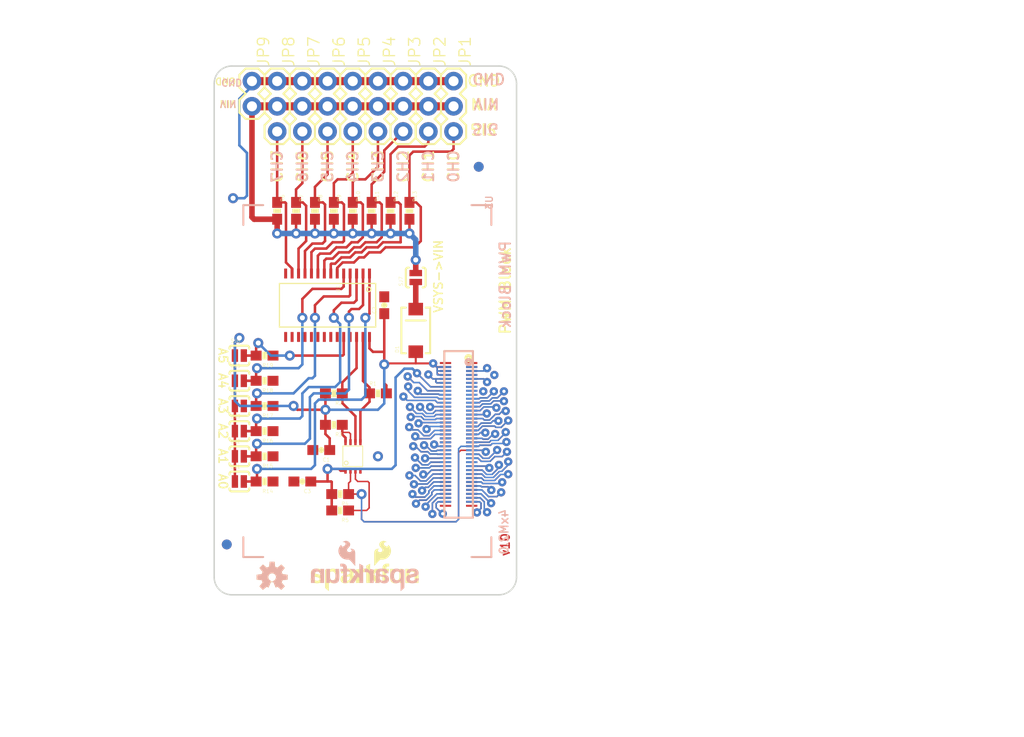
<source format=kicad_pcb>
(kicad_pcb (version 20211014) (generator pcbnew)
  (layers (0 "F.Cu" signal) (1 "In1.Cu" signal) (2 "In2.Cu" signal) (31 "B.Cu" signal) (34 "B.Paste" user) (35 "F.Paste" user) (36 "B.SilkS" user "B.Silkscreen") (37 "F.SilkS" user "F.Silkscreen") (38 "B.Mask" user) (39 "F.Mask" user) (44 "Edge.Cuts" user))
  (net 0 "")
  (net 1 "GND")
  (net 2 "VSYS")
  (net 3 "3.3V")
  (net 4 "GP183_PWM3")
  (net 5 "GP182_PWM2")
  (net 6 "GP13_PWM1")
  (net 7 "GP12_PWM0")
  (net 8 "GP14")
  (net 9 "GP15")
  (net 10 "GP49")
  (net 11 "GP48")
  (net 12 "GP47")
  (net 13 "GP46")
  (net 14 "GP45")
  (net 15 "GP165")
  (net 16 "GP44")
  (net 17 "PSW")
  (net 18 "FAULT")
  (net 19 "USB_VBUS")
  (net 20 "USB_DN")
  (net 21 "USB_DP")
  (net 22 "USB_ID")
  (net 23 "GP114_SPI_2_RXD")
  (net 24 "GP115_SPI_2_TXD")
  (net 25 "GP109_SPI_2_CLK")
  (net 26 "GP110_SPI_2_FS0")
  (net 27 "GP111_SPI_2_FS1")
  (net 28 "GP135_UART_2_TX")
  (net 29 "GP134_UART_2_RX")
  (net 30 "GP43_I2S_2_TXD")
  (net 31 "GP41_I2S_2_FS")
  (net 32 "GP40_I2S_2_CLK")
  (net 33 "GP42_I2S_2_RXD")
  (net 34 "GP28_I2C_6_SDA")
  (net 35 "GP27_I2C_6_SCL")
  (net 36 "GP20_I2C_1_SDA")
  (net 37 "GP19_I2C_1_SCL")
  (net 38 "GP131_UART_1_TX")
  (net 39 "GP130_UART_1_RX")
  (net 40 "GP129_UART_1_RTS")
  (net 41 "GP128_UART_1_CTS")
  (net 42 "GP84_SD_CLK_FB")
  (net 43 "GP78_SD_0_CLK")
  (net 44 "GP77_SD_0_CD#")
  (net 45 "GP79_SD_0_CMD")
  (net 46 "GP80_SD_0_DAT0")
  (net 47 "GP81_SD_0_DAT1")
  (net 48 "GP82_SD_0_DAT2")
  (net 49 "GP83_SD_0_DAT3")
  (net 50 "MSIC_SLP_CLK")
  (net 51 "RESET_OUT#")
  (net 52 "PWRBTN#")
  (net 53 "V_BAT_BKUP")
  (net 54 "1.8V")
  (net 55 "FW_RCVR")
  (net 56 "RCVR_MODE")
  (net 57 "OSC_CLK_OUT")
  (net 58 "N$1")
  (net 59 "HV_SCL")
  (net 60 "HV_SDA")
  (net 61 "CH0")
  (net 62 "CH1")
  (net 63 "CH2")
  (net 64 "CH3")
  (net 65 "CH4")
  (net 66 "CH5")
  (net 67 "CH6")
  (net 68 "CH7")
  (net 69 "VCC")
  (net 70 "A4")
  (net 71 "A3")
  (net 72 "A2")
  (net 73 "A1")
  (net 74 "A0")
  (net 75 "A5")
  (net 76 "DCIN")
  (net 77 "N$2")
  (footprint "boardEagle:1X02" (layer "F.Cu") (at 137.0711 79.8576 -90)
    (fp_text reference "JP9")
    (fp_text value "M02PTH")
  )
  (footprint "boardEagle:PAD-JUMPER-2-NO_YES_SILK" (layer "F.Cu") (at 135.8011 110.0836)
    (fp_text reference "SJ5")
    (fp_text value "JUMPER-PAD-2-NOYES_SILK")
  )
  (footprint "boardEagle:PAD-JUMPER-2-NO_YES_SILK" (layer "F.Cu") (at 153.5811 99.6696 90)
    (fp_text reference "SJ7")
    (fp_text value "VIN_ENABLE")
  )
  (footprint "boardEagle:0603-RES" (layer "F.Cu") (at 151.0411 92.9386 -90)
    (fp_text reference "R12")
    (fp_text value "1K")
  )
  (footprint "" (layer "F.Cu") (at 161.8361 89.1286)
    (fp_text reference "@HOLE3" hide)
    (fp_text value "")
  )
  (footprint "boardEagle:CREATIVE_COMMONS" (layer "F.Cu") (at 131.9911 145.6436)
    (fp_text reference "FRAME2" hide)
    (fp_text value "FRAME-LETTER" hide)
  )
  (footprint "boardEagle:0603-CAP" (layer "F.Cu") (at 144.0561 117.0686 180)
    (fp_text reference "C1")
    (fp_text value "0.1uF")
  )
  (footprint "boardEagle:0603-RES" (layer "F.Cu") (at 145.3261 114.5286 180)
    (fp_text reference "R3")
    (fp_text value "200k")
  )
  (footprint "boardEagle:OSHW-LOGO-S" (layer "F.Cu") (at 139.1031 129.8956)
    (fp_text reference "LOGO4" hide)
    (fp_text value "OSHW-LOGOS" hide)
  )
  (footprint "boardEagle:PAD-JUMPER-2-NO_YES_SILK" (layer "F.Cu") (at 135.8011 120.2436)
    (fp_text reference "SJ1")
    (fp_text value "JUMPER-PAD-2-NOYES_SILK")
  )
  (footprint "" (layer "F.Cu") (at 161.8361 129.7686)
    (fp_text reference "@HOLE0" hide)
    (fp_text value "")
  )
  (footprint "boardEagle:0603-CAP" (layer "F.Cu") (at 142.1511 120.2436 180)
    (fp_text reference "C3")
    (fp_text value "0.1uF")
  )
  (footprint "boardEagle:1X03" (layer "F.Cu") (at 147.2311 79.8576 -90)
    (fp_text reference "JP5")
    (fp_text value "")
  )
  (footprint "boardEagle:0603-RES" (layer "F.Cu") (at 152.9461 92.9386 -90)
    (fp_text reference "R13")
    (fp_text value "1K")
  )
  (footprint "boardEagle:PAD-JUMPER-2-NO_YES_SILK" (layer "F.Cu") (at 135.8011 117.7036)
    (fp_text reference "SJ2")
    (fp_text value "JUMPER-PAD-2-NOYES_SILK")
  )
  (footprint "boardEagle:0603-RES" (layer "F.Cu") (at 141.5161 92.9386 -90)
    (fp_text reference "R7")
    (fp_text value "1K")
  )
  (footprint "boardEagle:0603-CAP" (layer "F.Cu") (at 150.4061 102.4636 90)
    (fp_text reference "C2")
    (fp_text value "0.1uF")
  )
  (footprint "boardEagle:0603-RES" (layer "F.Cu") (at 145.9611 121.5136 180)
    (fp_text reference "R4")
    (fp_text value "DNP")
  )
  (footprint "boardEagle:1X03" (layer "F.Cu") (at 152.3111 79.8576 -90)
    (fp_text reference "JP3")
    (fp_text value "")
  )
  (footprint "boardEagle:0603-RES" (layer "F.Cu") (at 138.3411 115.1636 180)
    (fp_text reference "R16")
    (fp_text value "1K")
  )
  (footprint "boardEagle:1X03" (layer "F.Cu") (at 142.1511 79.8576 -90)
    (fp_text reference "JP7")
    (fp_text value "")
  )
  (footprint "boardEagle:0603-RES" (layer "F.Cu") (at 145.9611 123.1646 180)
    (fp_text reference "R5")
    (fp_text value "DNP")
  )
  (footprint "boardEagle:1X03" (layer "F.Cu") (at 157.3911 79.8576 -90)
    (fp_text reference "JP1")
    (fp_text value "")
  )
  (footprint "boardEagle:PCA9306DC-1_1" (layer "F.Cu") (at 147.2311 117.7036)
    (fp_text reference "U2" hide)
    (fp_text value "PCA9306" hide)
  )
  (footprint "boardEagle:FIDUCIAL-1X2" (layer "F.Cu") (at 159.9311 88.4936)
    (fp_text reference "FID2" hide)
    (fp_text value "FIDUCIAL1X2" hide)
  )
  (footprint "boardEagle:SFE_LOGO_NAME_FLAME_.1" (layer "F.Cu") (at 142.5321 131.4196)
    (fp_text reference "LOGO1" hide)
    (fp_text value "SFE_LOGO_NAME_FLAME.1_INCH" hide)
  )
  (footprint "boardEagle:1X03" (layer "F.Cu") (at 139.6111 79.8576 -90)
    (fp_text reference "JP8")
    (fp_text value "")
  )
  (footprint "boardEagle:1X03" (layer "F.Cu") (at 154.8511 79.8576 -90)
    (fp_text reference "JP2")
    (fp_text value "")
  )
  (footprint "boardEagle:1X03" (layer "F.Cu") (at 149.7711 79.8576 -90)
    (fp_text reference "JP4")
    (fp_text value "")
  )
  (footprint "boardEagle:SMA-DIODE" (layer "F.Cu") (at 153.5811 105.0036 90)
    (fp_text reference "D1")
    (fp_text value "B340A")
  )
  (footprint "boardEagle:FIDUCIAL-1X2" (layer "F.Cu") (at 134.5311 126.5936)
    (fp_text reference "FID1" hide)
    (fp_text value "FIDUCIAL1X2" hide)
  )
  (footprint "boardEagle:0603-RES" (layer "F.Cu") (at 138.3411 110.0836 180)
    (fp_text reference "R18")
    (fp_text value "1K")
  )
  (footprint "boardEagle:0603-RES" (layer "F.Cu") (at 145.3261 92.9386 -90)
    (fp_text reference "R9")
    (fp_text value "1K")
  )
  (footprint "" (layer "F.Cu") (at 135.1661 129.7686)
    (fp_text reference "@HOLE1" hide)
    (fp_text value "")
  )
  (footprint "boardEagle:0603-RES" (layer "F.Cu") (at 138.3411 107.5436 180)
    (fp_text reference "R19")
    (fp_text value "1K")
  )
  (footprint "" (layer "F.Cu") (at 135.1661 89.1286)
    (fp_text reference "@HOLE2" hide)
    (fp_text value "")
  )
  (footprint "boardEagle:0603-RES" (layer "F.Cu") (at 149.7711 111.3536)
    (fp_text reference "R1")
    (fp_text value "10K")
  )
  (footprint "boardEagle:PAD-JUMPER-2-NO_YES_SILK" (layer "F.Cu") (at 135.8011 107.5436)
    (fp_text reference "SJ6")
    (fp_text value "JUMPER-PAD-2-NOYES_SILK")
  )
  (footprint "boardEagle:0603-RES" (layer "F.Cu") (at 147.2311 92.9386 -90)
    (fp_text reference "R10")
    (fp_text value "1K")
  )
  (footprint "boardEagle:0603-RES" (layer "F.Cu") (at 143.4211 92.9386 -90)
    (fp_text reference "R8")
    (fp_text value "1K")
  )
  (footprint "boardEagle:PAD-JUMPER-2-NO_YES_SILK" (layer "F.Cu") (at 135.8011 112.6236)
    (fp_text reference "SJ4")
    (fp_text value "JUMPER-PAD-2-NOYES_SILK")
  )
  (footprint "boardEagle:0603-RES" (layer "F.Cu") (at 138.3411 117.7036 180)
    (fp_text reference "R15")
    (fp_text value "1K")
  )
  (footprint "boardEagle:TSSOP-28_4MM" (layer "F.Cu") (at 144.6911 102.4636 -90)
    (fp_text reference "U1")
    (fp_text value "PCA9685")
  )
  (footprint "boardEagle:CREATIVE_COMMONS" (layer "F.Cu") (at 131.9911 145.6436)
    (fp_text reference "FRAME1" hide)
    (fp_text value "FRAME-LETTER" hide)
  )
  (footprint "boardEagle:0603-RES" (layer "F.Cu") (at 139.6111 92.9386 -90)
    (fp_text reference "R6")
    (fp_text value "1K")
  )
  (footprint "boardEagle:1X03" (layer "F.Cu") (at 144.6911 79.8576 -90)
    (fp_text reference "JP6")
    (fp_text value "")
  )
  (footprint "boardEagle:0603-RES" (layer "F.Cu") (at 138.3411 120.2436 180)
    (fp_text reference "R14")
    (fp_text value "1K")
  )
  (footprint "boardEagle:PAD-JUMPER-2-NO_YES_SILK" (layer "F.Cu") (at 135.8011 115.1636)
    (fp_text reference "SJ3")
    (fp_text value "JUMPER-PAD-2-NOYES_SILK")
  )
  (footprint "boardEagle:0603-RES" (layer "F.Cu") (at 145.3261 111.3536 180)
    (fp_text reference "R2")
    (fp_text value "10K")
  )
  (footprint "boardEagle:0603-RES" (layer "F.Cu") (at 138.3411 112.6236 180)
    (fp_text reference "R17")
    (fp_text value "1K")
  )
  (footprint "boardEagle:0603-RES" (layer "F.Cu") (at 149.1361 92.9386 -90)
    (fp_text reference "R11")
    (fp_text value "1K")
  )
  (footprint "boardEagle:DF40C-70DP-0.4(51)" (layer "B.Cu") (at 157.9011 115.4938 90)
    (fp_text reference "U4" hide)
    (fp_text value "EDISON_CONNECTOR_FULLHEADER" hide)
  )
  (footprint "boardEagle:EDISON_DAUGHTER" (layer "B.Cu") (at 161.2011 127.8636 180)
    (fp_text reference "U3")
    (fp_text value "EDISON_CONNECTOR_FULLMOUNTING_HOLES" hide)
  )
  (footprint "boardEagle:FIDUCIAL-1X2" (layer "B.Cu") (at 159.9311 88.4936 180)
    (fp_text reference "FID4" hide)
    (fp_text value "FIDUCIAL1X2" hide)
  )
  (footprint "boardEagle:SFE_LOGO_NAME_FLAME_.1" (layer "B.Cu") (at 154.3431 131.4196 180)
    (fp_text reference "LOGO3" hide)
    (fp_text value "SFE_LOGO_NAME_FLAME.1_INCH" hide)
  )
  (footprint "boardEagle:OSHW-LOGO-S" (layer "B.Cu") (at 139.1031 129.8956 180)
    (fp_text reference "LOGO2" hide)
    (fp_text value "OSHW-LOGOS" hide)
  )
  (footprint "boardEagle:FIDUCIAL-1X2" (layer "B.Cu") (at 134.5311 126.5936 180)
    (fp_text reference "FID3" hide)
    (fp_text value "FIDUCIAL1X2" hide)
  )
  (gr_line (start 161.9631 131.6736) (end 135.0391 131.6736) (layer "Edge.Cuts") (width 0.1524))
  (gr_arc (start 135.0391 131.6736) (mid 133.781864 131.152836) (end 133.2611 129.8956) (layer "Edge.Cuts") (width 0.1524))
  (gr_arc (start 163.7411 129.8956) (mid 163.220336 131.152836) (end 161.9631 131.6736) (layer "Edge.Cuts") (width 0.1524))
  (gr_line (start 133.2611 129.8956) (end 133.2611 80.1116) (layer "Edge.Cuts") (width 0.1524))
  (gr_line (start 163.7411 80.1116) (end 163.7411 129.8956) (layer "Edge.Cuts") (width 0.1524))
  (gr_arc (start 161.9631 78.3336) (mid 163.220336 78.854364) (end 163.7411 80.1116) (layer "Edge.Cuts") (width 0.1524))
  (gr_line (start 135.0391 78.3336) (end 161.9631 78.3336) (layer "Edge.Cuts") (width 0.1524))
  (gr_arc (start 133.2611 80.1116) (mid 133.781864 78.854364) (end 135.0391 78.3336) (layer "Edge.Cuts") (width 0.1524))
  (gr_text "v10" (at 163.1061 127.8636 90) (layer "F.Cu") (effects (font (size 0.8636 0.8636) (thickness 0.1524)) (justify left bottom)))
  (gr_text "CH4" (at 147.2311 86.7156 -270) (layer "B.SilkS") (effects (font (size 1.0795 1.0795) (thickness 0.1905)) (justify left mirror)))
  (gr_text "GND" (at 133.8961 79.9846 -180) (layer "B.SilkS") (effects (font (size 0.69088 0.69088) (thickness 0.12192)) (justify left mirror)))
  (gr_text "VIN" (at 159.2961 82.1436 -180) (layer "B.SilkS") (effects (font (size 1.0795 1.0795) (thickness 0.1905)) (justify left mirror)))
  (gr_text "CH1" (at 154.8511 86.7156 -270) (layer "B.SilkS") (effects (font (size 1.0795 1.0795) (thickness 0.1905)) (justify left mirror)))
  (gr_text "CH0" (at 157.3911 86.7156 -270) (layer "B.SilkS") (effects (font (size 1.0795 1.0795) (thickness 0.1905)) (justify left mirror)))
  (gr_text "SIG" (at 159.1691 84.6836 -180) (layer "B.SilkS") (effects (font (size 1.0795 1.0795) (thickness 0.1905)) (justify left mirror)))
  (gr_text "CH6" (at 142.1511 86.7156 -270) (layer "B.SilkS") (effects (font (size 1.0795 1.0795) (thickness 0.1905)) (justify left mirror)))
  (gr_text "VIN" (at 133.7691 82.1436 -180) (layer "B.SilkS") (effects (font (size 0.69088 0.69088) (thickness 0.12192)) (justify left mirror)))
  (gr_text "CH5" (at 144.6911 86.7156 -270) (layer "B.SilkS") (effects (font (size 1.0795 1.0795) (thickness 0.1905)) (justify left mirror)))
  (gr_text "CH7" (at 139.6111 86.7156 -270) (layer "B.SilkS") (effects (font (size 1.0795 1.0795) (thickness 0.1905)) (justify left mirror)))
  (gr_text "CH2" (at 152.3111 86.7156 -270) (layer "B.SilkS") (effects (font (size 1.0795 1.0795) (thickness 0.1905)) (justify left mirror)))
  (gr_text "4xM2.0" (at 162.4711 125.3236 -270) (layer "B.SilkS") (effects (font (size 0.8636 0.8636) (thickness 0.1524)) (justify mirror)))
  (gr_text "PWM Block" (at 163.2331 95.8596 -270) (layer "B.SilkS") (effects (font (size 1.0795 1.0795) (thickness 0.1905)) (justify left bottom mirror)))
  (gr_text "CH3" (at 149.7711 86.7156 -270) (layer "B.SilkS") (effects (font (size 1.0795 1.0795) (thickness 0.1905)) (justify left mirror)))
  (gr_text "GND" (at 159.1691 79.6036 -180) (layer "B.SilkS") (effects (font (size 1.0795 1.0795) (thickness 0.1905)) (justify left mirror)))
  (gr_text "A1" (at 133.6421 117.7036 270) (layer "F.SilkS") (effects (font (size 0.8636 0.8636) (thickness 0.1524)) (justify bottom)))
  (gr_text "CH7" (at 139.6111 86.7156 90) (layer "F.SilkS") (effects (font (size 1.0795 1.0795) (thickness 0.1905)) (justify right)))
  (gr_text "CH0" (at 157.3911 86.7156 90) (layer "F.SilkS") (effects (font (size 1.0795 1.0795) (thickness 0.1905)) (justify right)))
  (gr_text "A5" (at 133.6421 107.5436 270) (layer "F.SilkS") (effects (font (size 0.8636 0.8636) (thickness 0.1524)) (justify bottom)))
  (gr_text "VSYS->VIN" (at 155.8671 99.5426 90) (layer "F.SilkS") (effects (font (size 0.8636 0.8636) (thickness 0.1524))))
  (gr_text "VIN" (at 161.8361 82.1436 180) (layer "F.SilkS") (effects (font (size 1.0795 1.0795) (thickness 0.1905)) (justify left)))
  (gr_text "CH2" (at 152.3111 86.7156 90) (layer "F.SilkS") (effects (font (size 1.0795 1.0795) (thickness 0.1905)) (justify right)))
  (gr_text "PWM Block" (at 163.2331 105.5116 90) (layer "F.SilkS") (effects (font (size 1.0795 1.0795) (thickness 0.1905)) (justify left bottom)))
  (gr_text "CH1" (at 154.8511 86.7156 90) (layer "F.SilkS") (effects (font (size 1.0795 1.0795) (thickness 0.1905)) (justify right)))
  (gr_text "GND" (at 162.2171 79.7306 180) (layer "F.SilkS") (effects (font (size 1.0795 1.0795) (thickness 0.1905)) (justify left)))
  (gr_text "GND" (at 135.5471 79.8576 180) (layer "F.SilkS") (effects (font (size 0.69088 0.69088) (thickness 0.12192)) (justify left)))
  (gr_text "VIN" (at 135.5471 82.1436 180) (layer "F.SilkS") (effects (font (size 0.69088 0.69088) (thickness 0.12192)) (justify left)))
  (gr_text "A3" (at 133.6421 112.6236 270) (layer "F.SilkS") (effects (font (size 0.8636 0.8636) (thickness 0.1524)) (justify bottom)))
  (gr_text "CH6" (at 142.1511 86.7156 90) (layer "F.SilkS") (effects (font (size 1.0795 1.0795) (thickness 0.1905)) (justify right)))
  (gr_text "SIG" (at 161.8361 84.6836 180) (layer "F.SilkS") (effects (font (size 1.0795 1.0795) (thickness 0.1905)) (justify left)))
  (gr_text "CH4" (at 147.2311 86.7156 90) (layer "F.SilkS") (effects (font (size 1.0795 1.0795) (thickness 0.1905)) (justify right)))
  (gr_text "A2" (at 133.6421 115.1636 270) (layer "F.SilkS") (effects (font (size 0.8636 0.8636) (thickness 0.1524)) (justify bottom)))
  (gr_text "CH3" (at 149.7711 86.7156 90) (layer "F.SilkS") (effects (font (size 1.0795 1.0795) (thickness 0.1905)) (justify right)))
  (gr_text "A4" (at 133.6421 110.0836 270) (layer "F.SilkS") (effects (font (size 0.8636 0.8636) (thickness 0.1524)) (justify bottom)))
  (gr_text "A0" (at 133.6421 120.2436 270) (layer "F.SilkS") (effects (font (size 0.8636 0.8636) (thickness 0.1524)) (justify bottom)))
  (gr_text "CH5" (at 144.6911 86.7156 90) (layer "F.SilkS") (effects (font (size 1.0795 1.0795) (thickness 0.1905)) (justify right)))
  (segment (start 157.3911 79.8576) (end 154.8511 79.8576) (width 0.8128) (layer "F.Cu") (net 1))
  (segment (start 147.2311 79.8576) (end 149.7711 79.8576) (width 0.8128) (layer "F.Cu") (net 1))
  (segment (start 139.6111 79.8576) (end 142.1511 79.8576) (width 0.8128) (layer "F.Cu") (net 1))
  (segment (start 142.1511 79.8576) (end 144.6911 79.8576) (width 0.8128) (layer "F.Cu") (net 1))
  (segment (start 154.8511 79.8576) (end 152.3111 79.8576) (width 0.8128) (layer "F.Cu") (net 1))
  (segment (start 152.3111 79.8576) (end 149.7711 79.8576) (width 0.8128) (layer "F.Cu") (net 1))
  (segment (start 137.0711 79.8576) (end 139.6111 79.8576) (width 0.8128) (layer "F.Cu") (net 1))
  (segment (start 144.6911 79.8576) (end 147.2311 79.8576) (width 0.8128) (layer "F.Cu") (net 1))
  (via (at 135.1661 91.6686) (size 1.016) (drill 0.508) (layers "F.Cu" "B.Cu") (net 1))
  (via (at 160.3883 111.1504) (size 0.8382) (drill 0.3302) (layers "F.Cu" "B.Cu") (net 1))
  (via (at 149.7711 117.7036) (size 1.016) (drill 0.508) (layers "F.Cu" "B.Cu") (net 1))
  (via (at 161.5059 109.4994) (size 0.8382) (drill 0.3302) (layers "F.Cu" "B.Cu") (net 1))
  (segment (start 137.0711 79.8576) (end 137.0711 80.3656) (width 0.254) (layer "B.Cu") (net 1))
  (segment (start 135.8011 86.3346) (end 136.5631 87.0966) (width 0.254) (layer "B.Cu") (net 1))
  (segment (start 136.3091 91.6686) (end 135.1661 91.6686) (width 0.254) (layer "B.Cu") (net 1))
  (segment (start 136.5631 87.0966) (end 136.5631 91.4146) (width 0.254) (layer "B.Cu") (net 1))
  (segment (start 137.0711 80.3656) (end 135.8011 81.6356) (width 0.254) (layer "B.Cu") (net 1))
  (segment (start 136.5631 91.4146) (end 136.3091 91.6686) (width 0.254) (layer "B.Cu") (net 1))
  (segment (start 135.8011 81.6356) (end 135.8011 86.3346) (width 0.254) (layer "B.Cu") (net 1))
  (segment (start 155.7663 109.0938) (end 155.7401 109.0676) (width 0.1524) (layer "F.Cu") (net 2))
  (segment (start 144.4761 114.5286) (end 144.4761 115.4566) (width 0.254) (layer "F.Cu") (net 2))
  (segment (start 148.9161 106.8156) (end 149.2631 107.1626) (width 0.254) (layer "F.Cu") (net 2))
  (segment (start 148.9161 105.6636) (end 148.9161 106.8156) (width 0.254) (layer "F.Cu") (net 2))
  (segment (start 135.3511 112.6236) (end 135.3511 110.0836) (width 0.254) (layer "F.Cu") (net 2))
  (segment (start 150.4061 107.1626) (end 150.4061 108.4326) (width 0.254) (layer "F.Cu") (net 2))
  (segment (start 135.3511 106.2156) (end 135.8011 105.7656) (width 0.254) (layer "F.Cu") (net 2))
  (segment (start 150.5071 108.3316) (end 150.5077 108.331) (width 0.2032) (layer "F.Cu") (net 2))
  (segment (start 135.3511 110.0836) (end 135.3511 107.5436) (width 0.254) (layer "F.Cu") (net 2))
  (segment (start 153.5811 107.1536) (end 153.5811 108.331) (width 0.2032) (layer "F.Cu") (net 2))
  (segment (start 150.4061 103.3136) (end 150.4061 107.1626) (width 0.254) (layer "F.Cu") (net 2))
  (segment (start 144.4761 113.0046) (end 141.6431 113.0046) (width 0.254) (layer "F.Cu") (net 2))
  (segment (start 155.7401 109.0676) (end 155.7401 108.7374) (width 0.1524) (layer "F.Cu") (net 2))
  (segment (start 156.5811 109.0938) (end 155.7663 109.0938) (width 0.1524) (layer "F.Cu") (net 2))
  (segment (start 135.4201 107.4746) (end 135.3511 107.5436) (width 0.254) (layer "F.Cu") (net 2))
  (segment (start 144.9061 117.0686) (end 144.9061 115.8866) (width 0.254) (layer "F.Cu") (net 2))
  (segment (start 150.4061 110.3376) (end 150.4061 108.4326) (width 0.254) (layer "F.Cu") (net 2))
  (segment (start 135.3511 117.7036) (end 135.3511 115.1636) (width 0.254) (layer "F.Cu") (net 2))
  (segment (start 144.4761 115.4566) (end 144.9061 115.8866) (width 0.254) (layer "F.Cu") (net 2))
  (segment (start 155.3337 108.331) (end 155.6965 108.6938) (width 0.2032) (layer "F.Cu") (net 2))
  (segment (start 150.4061 108.3316) (end 150.4061 108.4326) (width 0.2032) (layer "F.Cu") (net 2))
  (segment (start 149.2631 107.1626) (end 150.4061 107.1626) (width 0.254) (layer "F.Cu") (net 2))
  (segment (start 155.7401 108.7374) (end 155.6965 108.6938) (width 0.1524) (layer "F.Cu") (net 2))
  (segment (start 155.7401 109.3216) (end 155.7401 109.0676) (width 0.1524) (layer "F.Cu") (net 2))
  (segment (start 155.6965 108.6938) (end 156.5811 108.6938) (width 0.2032) (layer "F.Cu") (net 2))
  (segment (start 135.3511 115.1636) (end 135.3511 112.6236) (width 0.254) (layer "F.Cu") (net 2))
  (segment (start 150.5077 108.331) (end 153.5811 108.331) (width 0.2032) (layer "F.Cu") (net 2))
  (segment (start 150.5071 108.3316) (end 150.4061 108.3316) (width 0.2032) (layer "F.Cu") (net 2))
  (segment (start 150.4061 110.3376) (end 150.6211 110.5526) (width 0.254) (layer "F.Cu") (net 2))
  (segment (start 150.6211 110.5526) (end 150.6211 111.3536) (width 0.254) (layer "F.Cu") (net 2))
  (segment (start 135.3511 107.5436) (end 135.3511 106.2156) (width 0.254) (layer "F.Cu") (net 2))
  (segment (start 135.8011 105.7656) (end 135.4201 106.1466) (width 0.254) (layer "F.Cu") (net 2))
  (segment (start 153.5811 108.331) (end 155.3337 108.331) (width 0.2032) (layer "F.Cu") (net 2))
  (segment (start 135.3511 120.2436) (end 135.3511 117.7036) (width 0.254) (layer "F.Cu") (net 2))
  (segment (start 156.5811 109.4938) (end 155.9123 109.4938) (width 0.1524) (layer "F.Cu") (net 2))
  (segment (start 155.9123 109.4938) (end 155.7401 109.3216) (width 0.1524) (layer "F.Cu") (net 2))
  (segment (start 141.6431 113.0046) (end 141.2621 112.6236) (width 0.254) (layer "F.Cu") (net 2))
  (segment (start 144.4761 111.3536) (end 144.4761 113.0046) (width 0.254) (layer "F.Cu") (net 2))
  (segment (start 144.4761 113.0046) (end 144.4761 114.5286) (width 0.254) (layer "F.Cu") (net 2))
  (via (at 135.8011 105.7656) (size 1.016) (drill 0.508) (layers "F.Cu" "B.Cu") (net 2))
  (via (at 144.4761 113.0046) (size 1.016) (drill 0.508) (layers "F.Cu" "B.Cu") (net 2))
  (via (at 155.3337 108.331) (size 0.8382) (drill 0.3302) (layers "F.Cu" "B.Cu") (net 2))
  (via (at 150.4061 108.4326) (size 1.016) (drill 0.508) (layers "F.Cu" "B.Cu") (net 2))
  (via (at 141.2621 112.6236) (size 1.016) (drill 0.508) (layers "F.Cu" "B.Cu") (net 2))
  (segment (start 150.4061 112.3696) (end 149.7711 113.0046) (width 0.254) (layer "B.Cu") (net 2))
  (segment (start 135.8591 112.6236) (end 135.3511 112.1156) (width 0.254) (layer "B.Cu") (net 2))
  (segment (start 155.7661 109.0936) (end 155.7401 109.0676) (width 0.1524) (layer "B.Cu") (net 2))
  (segment (start 135.3511 112.1156) (end 135.3511 106.2156) (width 0.254) (layer "B.Cu") (net 2))
  (segment (start 155.7851 109.4936) (end 155.7401 109.4486) (width 0.1524) (layer "B.Cu") (net 2))
  (segment (start 155.3337 108.331) (end 155.7401 108.7374) (width 0.1524) (layer "B.Cu") (net 2))
  (segment (start 155.7401 109.0676) (end 155.7401 108.7374) (width 0.1524) (layer "B.Cu") (net 2))
  (segment (start 141.2621 112.6236) (end 135.8591 112.6236) (width 0.254) (layer "B.Cu") (net 2))
  (segment (start 150.4061 108.4326) (end 150.4061 112.3696) (width 0.254) (layer "B.Cu") (net 2))
  (segment (start 149.7711 113.0046) (end 144.4761 113.0046) (width 0.254) (layer "B.Cu") (net 2))
  (segment (start 155.7401 109.4486) (end 155.7401 109.0676) (width 0.1524) (layer "B.Cu") (net 2))
  (segment (start 155.7839 108.6936) (end 155.7401 108.7374) (width 0.1524) (layer "B.Cu") (net 2))
  (segment (start 156.5811 109.4936) (end 155.7851 109.4936) (width 0.1524) (layer "B.Cu") (net 2))
  (segment (start 135.3511 106.2156) (end 135.8011 105.7656) (width 0.254) (layer "B.Cu") (net 2))
  (segment (start 156.5811 109.0936) (end 155.7661 109.0936) (width 0.1524) (layer "B.Cu") (net 2))
  (segment (start 156.5811 108.6936) (end 155.7839 108.6936) (width 0.1524) (layer "B.Cu") (net 2))
  (segment (start 156.5811 110.2938) (end 155.6963 110.2938) (width 0.1524) (layer "F.Cu") (net 3))
  (segment (start 155.6131 110.2106) (end 155.6131 109.8938) (width 0.1524) (layer "F.Cu") (net 3))
  (segment (start 155.6963 110.2938) (end 155.6131 110.2106) (width 0.1524) (layer "F.Cu") (net 3))
  (segment (start 155.2963 109.8938) (end 155.6131 109.8938) (width 0.1524) (layer "F.Cu") (net 3))
  (segment (start 155.6131 109.8938) (end 156.5811 109.8938) (width 0.1524) (layer "F.Cu") (net 3))
  (segment (start 154.8511 109.4486) (end 155.2963 109.8938) (width 0.1524) (layer "F.Cu") (net 3))
  (via (at 154.8511 109.4486) (size 0.8382) (drill 0.3302) (layers "F.Cu" "B.Cu") (net 3))
  (segment (start 155.6131 109.8936) (end 155.2961 109.8936) (width 0.1524) (layer "B.Cu") (net 3))
  (segment (start 156.5811 109.8936) (end 155.6131 109.8936) (width 0.1524) (layer "B.Cu") (net 3))
  (segment (start 155.2961 109.8936) (end 154.8511 109.4486) (width 0.1524) (layer "B.Cu") (net 3))
  (segment (start 155.6131 110.2106) (end 155.6131 109.8936) (width 0.1524) (layer "B.Cu") (net 3))
  (segment (start 155.6961 110.2936) (end 155.6131 110.2106) (width 0.1524) (layer "B.Cu") (net 3))
  (segment (start 156.5811 110.2936) (end 155.6961 110.2936) (width 0.1524) (layer "B.Cu") (net 3))
  (segment (start 156.5811 109.8936) (end 156.5811 109.8938) (width 0.1524) (layer "B.Cu") (net 3))
  (segment (start 156.5811 110.2936) (end 156.5811 110.2938) (width 0.1524) (layer "B.Cu") (net 3))
  (segment (start 160.9979 116.2812) (end 159.8803 116.2812) (width 0.1524) (layer "F.Cu") (net 4))
  (segment (start 159.8803 116.2812) (end 159.8677 116.2938) (width 0.1524) (layer "F.Cu") (net 4))
  (segment (start 161.8615 116.1034) (end 161.1757 116.1034) (width 0.1524) (layer "F.Cu") (net 4))
  (segment (start 162.6489 115.316) (end 161.8615 116.1034) (width 0.1524) (layer "F.Cu") (net 4))
  (segment (start 162.6489 115.2652) (end 162.6489 115.316) (width 0.1524) (layer "F.Cu") (net 4))
  (segment (start 159.8677 116.2938) (end 159.2211 116.2938) (width 0.1524) (layer "F.Cu") (net 4))
  (segment (start 161.1757 116.1034) (end 160.9979 116.2812) (width 0.1524) (layer "F.Cu") (net 4))
  (via (at 162.6489 115.2652) (size 0.8382) (drill 0.3302) (layers "F.Cu" "B.Cu") (net 4))
  (segment (start 161.1757 116.1034) (end 161.8615 116.1034) (width 0.1524) (layer "B.Cu") (net 4))
  (segment (start 159.2211 116.2936) (end 159.8679 116.2936) (width 0.1524) (layer "B.Cu") (net 4))
  (segment (start 162.6489 115.316) (end 162.6489 115.2652) (width 0.1524) (layer "B.Cu") (net 4))
  (segment (start 159.8803 116.2812) (end 160.9979 116.2812) (width 0.1524) (layer "B.Cu") (net 4))
  (segment (start 159.8679 116.2936) (end 159.8803 116.2812) (width 0.1524) (layer "B.Cu") (net 4))
  (segment (start 160.9979 116.2812) (end 161.1757 116.1034) (width 0.1524) (layer "B.Cu") (net 4))
  (segment (start 161.8615 116.1034) (end 162.6489 115.316) (width 0.1524) (layer "B.Cu") (net 4))
  (segment (start 161.4043 115.443) (end 161.5821 115.443) (width 0.1524) (layer "F.Cu") (net 5))
  (segment (start 160.3629 115.9764) (end 160.8709 115.9764) (width 0.1524) (layer "F.Cu") (net 5))
  (segment (start 159.2211 115.8938) (end 160.2803 115.8938) (width 0.1524) (layer "F.Cu") (net 5))
  (segment (start 160.2803 115.8938) (end 160.3629 115.9764) (width 0.1524) (layer "F.Cu") (net 5))
  (segment (start 160.8709 115.9764) (end 161.4043 115.443) (width 0.1524) (layer "F.Cu") (net 5))
  (via (at 161.5821 115.443) (size 0.8382) (drill 0.3302) (layers "F.Cu" "B.Cu") (net 5))
  (segment (start 161.4043 115.443) (end 160.8709 115.9764) (width 0.1524) (layer "B.Cu") (net 5))
  (segment (start 161.5821 115.443) (end 161.4043 115.443) (width 0.1524) (layer "B.Cu") (net 5))
  (segment (start 160.3629 115.9764) (end 160.2801 115.8936) (width 0.1524) (layer "B.Cu") (net 5))
  (segment (start 160.8709 115.9764) (end 160.3629 115.9764) (width 0.1524) (layer "B.Cu") (net 5))
  (segment (start 160.2801 115.8936) (end 159.2211 115.8936) (width 0.1524) (layer "B.Cu") (net 5))
  (segment (start 161.6583 114.7826) (end 161.5313 114.6556) (width 0.1524) (layer "F.Cu") (net 6))
  (segment (start 159.8739 115.0938) (end 159.2211 115.0938) (width 0.1524) (layer "F.Cu") (net 6))
  (segment (start 162.1917 114.7826) (end 161.6583 114.7826) (width 0.1524) (layer "F.Cu") (net 6))
  (segment (start 161.5313 114.6556) (end 160.3121 114.6556) (width 0.1524) (layer "F.Cu") (net 6))
  (segment (start 162.9029 114.0968) (end 162.8775 114.0968) (width 0.1524) (layer "F.Cu") (net 6))
  (segment (start 160.3121 114.6556) (end 159.8739 115.0938) (width 0.1524) (layer "F.Cu") (net 6))
  (segment (start 162.8775 114.0968) (end 162.1917 114.7826) (width 0.1524) (layer "F.Cu") (net 6))
  (via (at 162.9029 114.0968) (size 0.8382) (drill 0.3302) (layers "F.Cu" "B.Cu") (net 6))
  (segment (start 161.5313 114.6556) (end 161.6583 114.7826) (width 0.1524) (layer "B.Cu") (net 6))
  (segment (start 160.3121 114.6556) (end 161.5313 114.6556) (width 0.1524) (layer "B.Cu") (net 6))
  (segment (start 162.8775 114.0968) (end 162.9029 114.0968) (width 0.1524) (layer "B.Cu") (net 6))
  (segment (start 159.8741 115.0936) (end 160.3121 114.6556) (width 0.1524) (layer "B.Cu") (net 6))
  (segment (start 159.2211 115.0936) (end 159.8741 115.0936) (width 0.1524) (layer "B.Cu") (net 6))
  (segment (start 161.6583 114.7826) (end 162.1917 114.7826) (width 0.1524) (layer "B.Cu") (net 6))
  (segment (start 162.1917 114.7826) (end 162.8775 114.0968) (width 0.1524) (layer "B.Cu") (net 6))
  (segment (start 159.2211 115.4938) (end 159.9057 115.4938) (width 0.1524) (layer "F.Cu") (net 7))
  (segment (start 160.0835 115.316) (end 160.5915 115.316) (width 0.1524) (layer "F.Cu") (net 7))
  (segment (start 159.9057 115.4938) (end 160.0835 115.316) (width 0.1524) (layer "F.Cu") (net 7))
  (via (at 160.5915 115.316) (size 0.8382) (drill 0.3302) (layers "F.Cu" "B.Cu") (net 7))
  (segment (start 159.2213 115.4938) (end 159.2211 115.4936) (width 0.1524) (layer "B.Cu") (net 7))
  (segment (start 160.0835 115.316) (end 159.9057 115.4938) (width 0.1524) (layer "B.Cu") (net 7))
  (segment (start 160.5915 115.316) (end 160.0835 115.316) (width 0.1524) (layer "B.Cu") (net 7))
  (segment (start 159.9057 115.4938) (end 159.2213 115.4938) (width 0.1524) (layer "B.Cu") (net 7))
  (segment (start 154.5339 117.8938) (end 156.5811 117.8938) (width 0.1524) (layer "F.Cu") (net 8))
  (segment (start 154.5209 117.9068) (end 154.5339 117.8938) (width 0.1524) (layer "F.Cu") (net 8))
  (via (at 154.5209 117.9068) (size 0.8382) (drill 0.3302) (layers "F.Cu" "B.Cu") (net 8))
  (segment (start 154.5341 117.8936) (end 154.5209 117.9068) (width 0.1524) (layer "B.Cu") (net 8))
  (segment (start 156.5811 117.8936) (end 154.5341 117.8936) (width 0.1524) (layer "B.Cu") (net 8))
  (segment (start 155.6193 116.6938) (end 155.4353 116.5098) (width 0.1524) (layer "F.Cu") (net 9))
  (segment (start 156.5811 116.6938) (end 155.6193 116.6938) (width 0.1524) (layer "F.Cu") (net 9))
  (via (at 155.4353 116.5098) (size 0.8382) (drill 0.3302) (layers "F.Cu" "B.Cu") (net 9))
  (segment (start 155.6191 116.6936) (end 156.5811 116.6936) (width 0.1524) (layer "B.Cu") (net 9))
  (segment (start 155.4353 116.5098) (end 155.6191 116.6936) (width 0.1524) (layer "B.Cu") (net 9))
  (segment (start 153.8097 115.0366) (end 153.2001 115.0366) (width 0.1524) (layer "F.Cu") (net 10))
  (segment (start 154.3939 115.6208) (end 153.8097 115.0366) (width 0.1524) (layer "F.Cu") (net 10))
  (segment (start 154.9527 115.6208) (end 154.3939 115.6208) (width 0.1524) (layer "F.Cu") (net 10))
  (segment (start 155.4797 115.0938) (end 154.9527 115.6208) (width 0.1524) (layer "F.Cu") (net 10))
  (segment (start 153.2001 115.0366) (end 152.9207 114.7572) (width 0.1524) (layer "F.Cu") (net 10))
  (segment (start 156.5811 115.0938) (end 155.4797 115.0938) (width 0.1524) (layer "F.Cu") (net 10))
  (via (at 152.9207 114.7572) (size 0.8382) (drill 0.3302) (layers "F.Cu" "B.Cu") (net 10))
  (segment (start 152.9207 114.7572) (end 153.2001 115.0366) (width 0.1524) (layer "B.Cu") (net 10))
  (segment (start 155.4799 115.0936) (end 156.5811 115.0936) (width 0.1524) (layer "B.Cu") (net 10))
  (segment (start 154.3939 115.6208) (end 154.9527 115.6208) (width 0.1524) (layer "B.Cu") (net 10))
  (segment (start 154.9527 115.6208) (end 155.4799 115.0936) (width 0.1524) (layer "B.Cu") (net 10))
  (segment (start 153.8097 115.0366) (end 154.3939 115.6208) (width 0.1524) (layer "B.Cu") (net 10))
  (segment (start 153.2001 115.0366) (end 153.8097 115.0366) (width 0.1524) (layer "B.Cu") (net 10))
  (segment (start 154.9399 114.6938) (end 156.5811 114.6938) (width 0.1524) (layer "F.Cu") (net 11))
  (segment (start 154.6733 114.9604) (end 154.9399 114.6938) (width 0.1524) (layer "F.Cu") (net 11))
  (via (at 154.6733 114.9604) (size 0.8382) (drill 0.3302) (layers "F.Cu" "B.Cu") (net 11))
  (segment (start 154.9401 114.6936) (end 154.6733 114.9604) (width 0.1524) (layer "B.Cu") (net 11))
  (segment (start 156.5811 114.6936) (end 154.9401 114.6936) (width 0.1524) (layer "B.Cu") (net 11))
  (segment (start 153.9367 114.3) (end 153.8605 114.3762) (width 0.1524) (layer "F.Cu") (net 12))
  (segment (start 156.5811 114.2938) (end 155.6955 114.2938) (width 0.1524) (layer "F.Cu") (net 12))
  (segment (start 155.6955 114.2938) (end 155.6893 114.3) (width 0.1524) (layer "F.Cu") (net 12))
  (segment (start 155.6893 114.3) (end 153.9367 114.3) (width 0.1524) (layer "F.Cu") (net 12))
  (via (at 153.8605 114.3762) (size 0.8382) (drill 0.3302) (layers "F.Cu" "B.Cu") (net 12))
  (segment (start 153.8605 114.3762) (end 153.9367 114.3) (width 0.1524) (layer "B.Cu") (net 12))
  (segment (start 153.9367 114.3) (end 155.6893 114.3) (width 0.1524) (layer "B.Cu") (net 12))
  (segment (start 155.6893 114.3) (end 155.6957 114.2936) (width 0.1524) (layer "B.Cu") (net 12))
  (segment (start 155.6957 114.2936) (end 156.5811 114.2936) (width 0.1524) (layer "B.Cu") (net 12))
  (segment (start 155.6637 113.8938) (end 155.5623 113.9952) (width 0.1524) (layer "F.Cu") (net 13))
  (segment (start 154.1145 113.6904) (end 153.1239 113.6904) (width 0.1524) (layer "F.Cu") (net 13))
  (segment (start 154.4193 113.9952) (end 154.1145 113.6904) (width 0.1524) (layer "F.Cu") (net 13))
  (segment (start 153.1239 113.6904) (end 153.0731 113.7412) (width 0.1524) (layer "F.Cu") (net 13))
  (segment (start 156.5811 113.8938) (end 155.6637 113.8938) (width 0.1524) (layer "F.Cu") (net 13))
  (segment (start 155.5623 113.9952) (end 154.4193 113.9952) (width 0.1524) (layer "F.Cu") (net 13))
  (via (at 153.0731 113.7412) (size 0.8382) (drill 0.3302) (layers "F.Cu" "B.Cu") (net 13))
  (segment (start 155.6639 113.8936) (end 156.5811 113.8936) (width 0.1524) (layer "B.Cu") (net 13))
  (segment (start 154.4193 113.9952) (end 155.5623 113.9952) (width 0.1524) (layer "B.Cu") (net 13))
  (segment (start 154.1145 113.6904) (end 154.4193 113.9952) (width 0.1524) (layer "B.Cu") (net 13))
  (segment (start 155.5623 113.9952) (end 155.6639 113.8936) (width 0.1524) (layer "B.Cu") (net 13))
  (segment (start 153.0731 113.7412) (end 153.1239 113.6904) (width 0.1524) (layer "B.Cu") (net 13))
  (segment (start 153.1239 113.6904) (end 154.1145 113.6904) (width 0.1524) (layer "B.Cu") (net 13))
  (segment (start 153.6573 113.3856) (end 154.2415 113.3856) (width 0.1524) (layer "F.Cu") (net 14))
  (segment (start 154.2415 113.3856) (end 154.5463 113.6904) (width 0.1524) (layer "F.Cu") (net 14))
  (segment (start 155.4353 113.6904) (end 155.6319 113.4938) (width 0.1524) (layer "F.Cu") (net 14))
  (segment (start 155.6319 113.4938) (end 156.5811 113.4938) (width 0.1524) (layer "F.Cu") (net 14))
  (segment (start 152.9969 112.7252) (end 153.6573 113.3856) (width 0.1524) (layer "F.Cu") (net 14))
  (segment (start 154.5463 113.6904) (end 155.4353 113.6904) (width 0.1524) (layer "F.Cu") (net 14))
  (via (at 152.9969 112.7252) (size 0.8382) (drill 0.3302) (layers "F.Cu" "B.Cu") (net 14))
  (segment (start 156.5811 113.4936) (end 155.6321 113.4936) (width 0.1524) (layer "B.Cu") (net 14))
  (segment (start 153.6573 113.3856) (end 152.9969 112.7252) (width 0.1524) (layer "B.Cu") (net 14))
  (segment (start 154.5463 113.6904) (end 154.2415 113.3856) (width 0.1524) (layer "B.Cu") (net 14))
  (segment (start 154.2415 113.3856) (end 153.6573 113.3856) (width 0.1524) (layer "B.Cu") (net 14))
  (segment (start 155.6321 113.4936) (end 155.4353 113.6904) (width 0.1524) (layer "B.Cu") (net 14))
  (segment (start 155.4353 113.6904) (end 154.5463 113.6904) (width 0.1524) (layer "B.Cu") (net 14))
  (segment (start 160.6357 113.4938) (end 159.2211 113.4938) (width 0.1524) (layer "F.Cu") (net 15))
  (segment (start 160.7439 113.3856) (end 160.6357 113.4938) (width 0.1524) (layer "F.Cu") (net 15))
  (via (at 160.7439 113.3856) (size 0.8382) (drill 0.3302) (layers "F.Cu" "B.Cu") (net 15))
  (segment (start 159.2211 113.4936) (end 160.6359 113.4936) (width 0.1524) (layer "B.Cu") (net 15))
  (segment (start 160.6359 113.4936) (end 160.7439 113.3856) (width 0.1524) (layer "B.Cu") (net 15))
  (segment (start 155.6001 113.0938) (end 155.3083 113.3856) (width 0.1524) (layer "F.Cu") (net 16))
  (segment (start 155.3083 113.3856) (end 154.6733 113.3856) (width 0.1524) (layer "F.Cu") (net 16))
  (segment (start 156.5811 113.0938) (end 155.6001 113.0938) (width 0.1524) (layer "F.Cu") (net 16))
  (segment (start 154.6733 113.3856) (end 154.0129 112.7252) (width 0.1524) (layer "F.Cu") (net 16))
  (via (at 154.0129 112.7252) (size 0.8382) (drill 0.3302) (layers "F.Cu" "B.Cu") (net 16))
  (segment (start 155.6003 113.0936) (end 156.5811 113.0936) (width 0.1524) (layer "B.Cu") (net 16))
  (segment (start 155.3083 113.3856) (end 155.6003 113.0936) (width 0.1524) (layer "B.Cu") (net 16))
  (segment (start 154.0129 112.7252) (end 154.6733 113.3856) (width 0.1524) (layer "B.Cu") (net 16))
  (segment (start 154.6733 113.3856) (end 155.3083 113.3856) (width 0.1524) (layer "B.Cu") (net 16))
  (segment (start 160.0387 112.6938) (end 159.2211 112.6938) (width 0.1524) (layer "F.Cu") (net 17))
  (segment (start 162.4457 112.1156) (end 161.4297 112.1156) (width 0.1524) (layer "F.Cu") (net 17))
  (segment (start 161.4297 112.1156) (end 161.1249 112.4204) (width 0.1524) (layer "F.Cu") (net 17))
  (segment (start 160.3121 112.4204) (end 160.0387 112.6938) (width 0.1524) (layer "F.Cu") (net 17))
  (segment (start 162.4711 112.141) (end 162.4457 112.1156) (width 0.1524) (layer "F.Cu") (net 17))
  (segment (start 161.1249 112.4204) (end 160.3121 112.4204) (width 0.1524) (layer "F.Cu") (net 17))
  (via (at 162.4711 112.141) (size 0.8382) (drill 0.3302) (layers "F.Cu" "B.Cu") (net 17))
  (segment (start 159.2211 112.6936) (end 160.0389 112.6936) (width 0.1524) (layer "B.Cu") (net 17))
  (segment (start 161.1249 112.4204) (end 161.4297 112.1156) (width 0.1524) (layer "B.Cu") (net 17))
  (segment (start 160.3121 112.4204) (end 161.1249 112.4204) (width 0.1524) (layer "B.Cu") (net 17))
  (segment (start 161.4297 112.1156) (end 162.4457 112.1156) (width 0.1524) (layer "B.Cu") (net 17))
  (segment (start 160.0389 112.6936) (end 160.3121 112.4204) (width 0.1524) (layer "B.Cu") (net 17))
  (segment (start 162.4457 112.1156) (end 162.4711 112.141) (width 0.1524) (layer "B.Cu") (net 17))
  (segment (start 161.8107 111.8108) (end 162.4711 111.1504) (width 0.1524) (layer "F.Cu") (net 18))
  (segment (start 160.0069 112.2938) (end 160.1851 112.1156) (width 0.1524) (layer "F.Cu") (net 18))
  (segment (start 160.9979 112.1156) (end 161.3027 111.8108) (width 0.1524) (layer "F.Cu") (net 18))
  (segment (start 159.2211 112.2938) (end 160.0069 112.2938) (width 0.1524) (layer "F.Cu") (net 18))
  (segment (start 161.3027 111.8108) (end 161.8107 111.8108) (width 0.1524) (layer "F.Cu") (net 18))
  (segment (start 160.1851 112.1156) (end 160.9979 112.1156) (width 0.1524) (layer "F.Cu") (net 18))
  (via (at 162.4711 111.1504) (size 0.8382) (drill 0.3302) (layers "F.Cu" "B.Cu") (net 18))
  (segment (start 162.4711 111.1504) (end 161.8107 111.8108) (width 0.1524) (layer "B.Cu") (net 18))
  (segment (start 161.3027 111.8108) (end 160.9979 112.1156) (width 0.1524) (layer "B.Cu") (net 18))
  (segment (start 160.0071 112.2936) (end 159.2211 112.2936) (width 0.1524) (layer "B.Cu") (net 18))
  (segment (start 161.8107 111.8108) (end 161.3027 111.8108) (width 0.1524) (layer "B.Cu") (net 18))
  (segment (start 160.9979 112.1156) (end 160.1851 112.1156) (width 0.1524) (layer "B.Cu") (net 18))
  (segment (start 160.1851 112.1156) (end 160.0071 112.2936) (width 0.1524) (layer "B.Cu") (net 18))
  (segment (start 155.7659 112.2938) (end 156.5811 112.2938) (width 0.1524) (layer "F.Cu") (net 19))
  (segment (start 155.5369 112.0648) (end 155.7659 112.2938) (width 0.1524) (layer "F.Cu") (net 19))
  (segment (start 152.3365 111.6838) (end 152.7175 112.0648) (width 0.1524) (layer "F.Cu") (net 19))
  (segment (start 152.7175 112.0648) (end 155.5369 112.0648) (width 0.1524) (layer "F.Cu") (net 19))
  (via (at 152.3365 111.6838) (size 0.8382) (drill 0.3302) (layers "F.Cu" "B.Cu") (net 19))
  (segment (start 156.5811 112.2936) (end 155.7657 112.2936) (width 0.1524) (layer "B.Cu") (net 19))
  (segment (start 152.7175 112.0648) (end 152.3365 111.6838) (width 0.1524) (layer "B.Cu") (net 19))
  (segment (start 155.5369 112.0648) (end 152.7175 112.0648) (width 0.1524) (layer "B.Cu") (net 19))
  (segment (start 155.7657 112.2936) (end 155.5369 112.0648) (width 0.1524) (layer "B.Cu") (net 19))
  (segment (start 156.5811 111.8938) (end 155.8993 111.8938) (width 0.1524) (layer "F.Cu") (net 20))
  (segment (start 155.7655 111.76) (end 153.4541 111.76) (width 0.1524) (layer "F.Cu") (net 20))
  (segment (start 155.8993 111.8938) (end 155.7655 111.76) (width 0.1524) (layer "F.Cu") (net 20))
  (segment (start 153.4541 111.76) (end 152.8191 111.125) (width 0.1524) (layer "F.Cu") (net 20))
  (segment (start 152.8191 111.125) (end 152.8191 110.6678) (width 0.1524) (layer "F.Cu") (net 20))
  (via (at 152.8191 110.6678) (size 0.8382) (drill 0.3302) (layers "F.Cu" "B.Cu") (net 20))
  (segment (start 152.8191 110.6678) (end 152.8191 111.125) (width 0.1524) (layer "B.Cu") (net 20))
  (segment (start 155.7655 111.76) (end 155.8991 111.8936) (width 0.1524) (layer "B.Cu") (net 20))
  (segment (start 152.8191 111.125) (end 153.4541 111.76) (width 0.1524) (layer "B.Cu") (net 20))
  (segment (start 153.4541 111.76) (end 155.7655 111.76) (width 0.1524) (layer "B.Cu") (net 20))
  (segment (start 155.8991 111.8936) (end 156.5811 111.8936) (width 0.1524) (layer "B.Cu") (net 20))
  (segment (start 153.7843 111.0996) (end 154.1145 111.4298) (width 0.1524) (layer "F.Cu") (net 21))
  (segment (start 155.8925 111.4298) (end 155.9565 111.4938) (width 0.1524) (layer "F.Cu") (net 21))
  (segment (start 155.9565 111.4938) (end 156.5811 111.4938) (width 0.1524) (layer "F.Cu") (net 21))
  (segment (start 154.1145 111.4298) (end 155.8925 111.4298) (width 0.1524) (layer "F.Cu") (net 21))
  (via (at 153.7843 111.0996) (size 0.8382) (drill 0.3302) (layers "F.Cu" "B.Cu") (net 21))
  (segment (start 154.1145 111.4298) (end 153.7843 111.0996) (width 0.1524) (layer "B.Cu") (net 21))
  (segment (start 156.5811 111.4936) (end 155.9563 111.4936) (width 0.1524) (layer "B.Cu") (net 21))
  (segment (start 155.8925 111.4298) (end 154.1145 111.4298) (width 0.1524) (layer "B.Cu") (net 21))
  (segment (start 155.9563 111.4936) (end 155.8925 111.4298) (width 0.1524) (layer "B.Cu") (net 21))
  (segment (start 160.7701 108.8136) (end 160.4899 109.0938) (width 0.1524) (layer "F.Cu") (net 22))
  (segment (start 160.4899 109.0938) (end 159.2211 109.0938) (width 0.1524) (layer "F.Cu") (net 22))
  (via (at 160.7701 108.8136) (size 0.8382) (drill 0.3302) (layers "F.Cu" "B.Cu") (net 22))
  (segment (start 160.4901 109.0936) (end 160.7701 108.8136) (width 0.1524) (layer "B.Cu") (net 22))
  (segment (start 159.2211 109.0936) (end 160.4901 109.0936) (width 0.1524) (layer "B.Cu") (net 22))
  (segment (start 160.3375 120.4468) (end 162.1663 120.4468) (width 0.1524) (layer "F.Cu") (net 23))
  (segment (start 162.1663 120.4468) (end 162.2933 120.3198) (width 0.1524) (layer "F.Cu") (net 23))
  (segment (start 160.1845 120.2938) (end 160.3375 120.4468) (width 0.1524) (layer "F.Cu") (net 23))
  (segment (start 159.2211 120.2938) (end 160.1845 120.2938) (width 0.1524) (layer "F.Cu") (net 23))
  (via (at 162.2933 120.3198) (size 0.8382) (drill 0.3302) (layers "F.Cu" "B.Cu") (net 23))
  (segment (start 160.1843 120.2936) (end 159.2211 120.2936) (width 0.1524) (layer "B.Cu") (net 23))
  (segment (start 162.1663 120.4468) (end 162.2933 120.3198) (width 0.1524) (layer "B.Cu") (net 23))
  (segment (start 160.1843 120.2936) (end 160.3375 120.4468) (width 0.1524) (layer "B.Cu") (net 23))
  (segment (start 160.3375 120.4468) (end 162.1663 120.4468) (width 0.1524) (layer "B.Cu") (net 23))
  (segment (start 162.1409 119.5324) (end 161.5313 120.142) (width 0.1524) (layer "F.Cu") (net 24))
  (segment (start 160.2163 119.8938) (end 159.2211 119.8938) (width 0.1524) (layer "F.Cu") (net 24))
  (segment (start 160.4645 120.142) (end 160.2163 119.8938) (width 0.1524) (layer "F.Cu") (net 24))
  (segment (start 161.5313 120.142) (end 160.4645 120.142) (width 0.1524) (layer "F.Cu") (net 24))
  (segment (start 162.8775 119.5324) (end 162.9029 119.507) (width 0.1524) (layer "F.Cu") (net 24))
  (segment (start 162.1409 119.5324) (end 162.8775 119.5324) (width 0.1524) (layer "F.Cu") (net 24))
  (via (at 162.9029 119.507) (size 0.8382) (drill 0.3302) (layers "F.Cu" "B.Cu") (net 24))
  (segment (start 161.5313 120.142) (end 162.1409 119.5324) (width 0.1524) (layer "B.Cu") (net 24))
  (segment (start 162.8775 119.5324) (end 162.1409 119.5324) (width 0.1524) (layer "B.Cu") (net 24))
  (segment (start 160.2161 119.8936) (end 160.4645 120.142) (width 0.1524) (layer "B.Cu") (net 24))
  (segment (start 159.2211 119.8936) (end 160.2161 119.8936) (width 0.1524) (layer "B.Cu") (net 24))
  (segment (start 162.9029 119.507) (end 162.8775 119.5324) (width 0.1524) (layer "B.Cu") (net 24))
  (segment (start 160.4645 120.142) (end 161.5313 120.142) (width 0.1524) (layer "B.Cu") (net 24))
  (segment (start 161.4043 119.8372) (end 162.0139 119.2276) (width 0.1524) (layer "F.Cu") (net 25))
  (segment (start 160.5915 119.8372) (end 161.4043 119.8372) (width 0.1524) (layer "F.Cu") (net 25))
  (segment (start 159.2211 119.4938) (end 160.2481 119.4938) (width 0.1524) (layer "F.Cu") (net 25))
  (segment (start 160.2481 119.4938) (end 160.5915 119.8372) (width 0.1524) (layer "F.Cu") (net 25))
  (segment (start 162.0139 119.2276) (end 162.2425 119.2276) (width 0.1524) (layer "F.Cu") (net 25))
  (segment (start 162.9029 118.5672) (end 162.9029 118.237) (width 0.1524) (layer "F.Cu") (net 25))
  (segment (start 162.2425 119.2276) (end 162.9029 118.5672) (width 0.1524) (layer "F.Cu") (net 25))
  (via (at 162.9029 118.237) (size 0.8382) (drill 0.3302) (layers "F.Cu" "B.Cu") (net 25))
  (segment (start 162.2425 119.2276) (end 162.0139 119.2276) (width 0.1524) (layer "B.Cu") (net 25))
  (segment (start 162.0139 119.2276) (end 161.4043 119.8372) (width 0.1524) (layer "B.Cu") (net 25))
  (segment (start 160.5915 119.8372) (end 160.2479 119.4936) (width 0.1524) (layer "B.Cu") (net 25))
  (segment (start 162.9029 118.5672) (end 162.2425 119.2276) (width 0.1524) (layer "B.Cu") (net 25))
  (segment (start 160.2479 119.4936) (end 159.2211 119.4936) (width 0.1524) (layer "B.Cu") (net 25))
  (segment (start 162.9029 118.237) (end 162.9029 118.5672) (width 0.1524) (layer "B.Cu") (net 25))
  (segment (start 161.4043 119.8372) (end 160.5915 119.8372) (width 0.1524) (layer "B.Cu") (net 25))
  (segment (start 160.2799 119.0938) (end 159.2211 119.0938) (width 0.1524) (layer "F.Cu") (net 26))
  (segment (start 161.9631 118.5672) (end 161.9631 118.8466) (width 0.1524) (layer "F.Cu") (net 26))
  (segment (start 161.2773 119.5324) (end 160.7185 119.5324) (width 0.1524) (layer "F.Cu") (net 26))
  (segment (start 161.9631 118.8466) (end 161.2773 119.5324) (width 0.1524) (layer "F.Cu") (net 26))
  (segment (start 160.7185 119.5324) (end 160.2799 119.0938) (width 0.1524) (layer "F.Cu") (net 26))
  (via (at 161.9631 118.5672) (size 0.8382) (drill 0.3302) (layers "F.Cu" "B.Cu") (net 26))
  (segment (start 160.7185 119.5324) (end 161.2773 119.5324) (width 0.1524) (layer "B.Cu") (net 26))
  (segment (start 160.2797 119.0936) (end 160.7185 119.5324) (width 0.1524) (layer "B.Cu") (net 26))
  (segment (start 159.2211 119.0936) (end 160.2797 119.0936) (width 0.1524) (layer "B.Cu") (net 26))
  (segment (start 161.9631 118.8466) (end 161.9631 118.5672) (width 0.1524) (layer "B.Cu") (net 26))
  (segment (start 161.2773 119.5324) (end 161.9631 118.8466) (width 0.1524) (layer "B.Cu") (net 26))
  (segment (start 160.8201 118.6942) (end 159.2215 118.6942) (width 0.1524) (layer "F.Cu") (net 27))
  (segment (start 160.9979 118.872) (end 160.8201 118.6942) (width 0.1524) (layer "F.Cu") (net 27))
  (segment (start 159.2215 118.6942) (end 159.2211 118.6938) (width 0.1524) (layer "F.Cu") (net 27))
  (via (at 160.9979 118.872) (size 0.8382) (drill 0.3302) (layers "F.Cu" "B.Cu") (net 27))
  (segment (start 159.2211 118.6936) (end 160.8195 118.6936) (width 0.1524) (layer "B.Cu") (net 27))
  (segment (start 160.8195 118.6936) (end 160.9979 118.872) (width 0.1524) (layer "B.Cu") (net 27))
  (segment (start 161.9885 113.4618) (end 161.6075 113.4618) (width 0.1524) (layer "F.Cu") (net 28))
  (segment (start 162.3187 113.1316) (end 161.9885 113.4618) (width 0.1524) (layer "F.Cu") (net 28))
  (segment (start 160.3377 113.8938) (end 159.2211 113.8938) (width 0.1524) (layer "F.Cu") (net 28))
  (segment (start 162.6489 113.1316) (end 162.3187 113.1316) (width 0.1524) (layer "F.Cu") (net 28))
  (segment (start 161.0233 114.046) (end 160.4899 114.046) (width 0.1524) (layer "F.Cu") (net 28))
  (segment (start 161.6075 113.4618) (end 161.0233 114.046) (width 0.1524) (layer "F.Cu") (net 28))
  (segment (start 160.4899 114.046) (end 160.3377 113.8938) (width 0.1524) (layer "F.Cu") (net 28))
  (via (at 162.6489 113.1316) (size 0.8382) (drill 0.3302) (layers "F.Cu" "B.Cu") (net 28))
  (segment (start 161.6075 113.4618) (end 161.9885 113.4618) (width 0.1524) (layer "B.Cu") (net 28))
  (segment (start 159.2211 113.8936) (end 160.3375 113.8936) (width 0.1524) (layer "B.Cu") (net 28))
  (segment (start 160.4899 114.046) (end 161.0233 114.046) (width 0.1524) (layer "B.Cu") (net 28))
  (segment (start 161.9885 113.4618) (end 162.3187 113.1316) (width 0.1524) (layer "B.Cu") (net 28))
  (segment (start 162.3187 113.1316) (end 162.6489 113.1316) (width 0.1524) (layer "B.Cu") (net 28))
  (segment (start 161.0233 114.046) (end 161.6075 113.4618) (width 0.1524) (layer "B.Cu") (net 28))
  (segment (start 160.3375 113.8936) (end 160.4899 114.046) (width 0.1524) (layer "B.Cu") (net 28))
  (segment (start 155.0289 112.7252) (end 155.0603 112.6938) (width 0.1524) (layer "F.Cu") (net 29))
  (segment (start 155.0603 112.6938) (end 156.5811 112.6938) (width 0.1524) (layer "F.Cu") (net 29))
  (via (at 155.0289 112.7252) (size 0.8382) (drill 0.3302) (layers "F.Cu" "B.Cu") (net 29))
  (segment (start 156.5811 112.6936) (end 155.0605 112.6936) (width 0.1524) (layer "B.Cu") (net 29))
  (segment (start 155.0605 112.6936) (end 155.0289 112.7252) (width 0.1524) (layer "B.Cu") (net 29))
  (segment (start 154.0637 120.1928) (end 153.5049 119.634) (width 0.1524) (layer "F.Cu") (net 30))
  (segment (start 153.5049 119.634) (end 152.9461 119.634) (width 0.1524) (layer "F.Cu") (net 30))
  (segment (start 156.5811 119.4938) (end 155.3215 119.4938) (width 0.1524) (layer "F.Cu") (net 30))
  (segment (start 155.3215 119.4938) (end 154.6225 120.1928) (width 0.1524) (layer "F.Cu") (net 30))
  (segment (start 154.6225 120.1928) (end 154.0637 120.1928) (width 0.1524) (layer "F.Cu") (net 30))
  (via (at 152.9461 119.634) (size 0.8382) (drill 0.3302) (layers "F.Cu" "B.Cu") (net 30))
  (segment (start 152.9461 119.634) (end 153.5049 119.634) (width 0.1524) (layer "B.Cu") (net 30))
  (segment (start 155.3217 119.4936) (end 156.5811 119.4936) (width 0.1524) (layer "B.Cu") (net 30))
  (segment (start 154.6225 120.1928) (end 155.3217 119.4936) (width 0.1524) (layer "B.Cu") (net 30))
  (segment (start 153.5049 119.634) (end 154.0637 120.1928) (width 0.1524) (layer "B.Cu") (net 30))
  (segment (start 154.0637 120.1928) (end 154.6225 120.1928) (width 0.1524) (layer "B.Cu") (net 30))
  (segment (start 154.7241 119.5324) (end 155.1627 119.0938) (width 0.1524) (layer "F.Cu") (net 31))
  (segment (start 154.3431 119.5324) (end 154.7241 119.5324) (width 0.1524) (layer "F.Cu") (net 31))
  (segment (start 155.1627 119.0938) (end 156.5811 119.0938) (width 0.1524) (layer "F.Cu") (net 31))
  (via (at 154.3431 119.5324) (size 0.8382) (drill 0.3302) (layers "F.Cu" "B.Cu") (net 31))
  (segment (start 155.1629 119.0936) (end 154.7241 119.5324) (width 0.1524) (layer "B.Cu") (net 31))
  (segment (start 156.5811 119.0936) (end 155.1629 119.0936) (width 0.1524) (layer "B.Cu") (net 31))
  (segment (start 154.7241 119.5324) (end 154.3431 119.5324) (width 0.1524) (layer "B.Cu") (net 31))
  (segment (start 156.5811 118.6938) (end 155.1309 118.6938) (width 0.1524) (layer "F.Cu") (net 32))
  (segment (start 155.1309 118.6938) (end 154.9527 118.872) (width 0.1524) (layer "F.Cu") (net 32))
  (segment (start 154.9527 118.872) (end 153.5811 118.872) (width 0.1524) (layer "F.Cu") (net 32))
  (via (at 153.5811 118.872) (size 0.8382) (drill 0.3302) (layers "F.Cu" "B.Cu") (net 32))
  (segment (start 155.1311 118.6936) (end 156.5811 118.6936) (width 0.1524) (layer "B.Cu") (net 32))
  (segment (start 153.5811 118.872) (end 154.9527 118.872) (width 0.1524) (layer "B.Cu") (net 32))
  (segment (start 154.9527 118.872) (end 155.1311 118.6936) (width 0.1524) (layer "B.Cu") (net 32))
  (segment (start 155.0991 118.2938) (end 154.8257 118.5672) (width 0.1524) (layer "F.Cu") (net 33))
  (segment (start 156.5811 118.2938) (end 155.0991 118.2938) (width 0.1524) (layer "F.Cu") (net 33))
  (segment (start 154.8257 118.5672) (end 154.2415 118.5672) (width 0.1524) (layer "F.Cu") (net 33))
  (segment (start 154.2415 118.5672) (end 153.5049 117.8306) (width 0.1524) (layer "F.Cu") (net 33))
  (via (at 153.5049 117.8306) (size 0.8382) (drill 0.3302) (layers "F.Cu" "B.Cu") (net 33))
  (segment (start 153.5049 117.8306) (end 154.2415 118.5672) (width 0.1524) (layer "B.Cu") (net 33))
  (segment (start 155.0993 118.2936) (end 156.5811 118.2936) (width 0.1524) (layer "B.Cu") (net 33))
  (segment (start 154.8257 118.5672) (end 155.0993 118.2936) (width 0.1524) (layer "B.Cu") (net 33))
  (segment (start 154.2415 118.5672) (end 154.8257 118.5672) (width 0.1524) (layer "B.Cu") (net 33))
  (segment (start 162.2933 117.729) (end 162.7759 117.2464) (width 0.1524) (layer "F.Cu") (net 34))
  (segment (start 161.0741 118.2116) (end 161.5567 117.729) (width 0.1524) (layer "F.Cu") (net 34))
  (segment (start 159.2211 117.8938) (end 159.8673 117.8938) (width 0.1524) (layer "F.Cu") (net 34))
  (segment (start 159.8673 117.8938) (end 160.1851 118.2116) (width 0.1524) (layer "F.Cu") (net 34))
  (segment (start 161.5567 117.729) (end 162.2933 117.729) (width 0.1524) (layer "F.Cu") (net 34))
  (segment (start 160.1851 118.2116) (end 161.0741 118.2116) (width 0.1524) (layer "F.Cu") (net 34))
  (via (at 162.7759 117.2464) (size 0.8382) (drill 0.3302) (layers "F.Cu" "B.Cu") (net 34))
  (segment (start 161.0741 118.2116) (end 160.1851 118.2116) (width 0.1524) (layer "B.Cu") (net 34))
  (segment (start 160.1851 118.2116) (end 159.8671 117.8936) (width 0.1524) (layer "B.Cu") (net 34))
  (segment (start 161.5567 117.729) (end 161.0741 118.2116) (width 0.1524) (layer "B.Cu") (net 34))
  (segment (start 159.8671 117.8936) (end 159.2211 117.8936) (width 0.1524) (layer "B.Cu") (net 34))
  (segment (start 162.7759 117.2464) (end 162.2933 117.729) (width 0.1524) (layer "B.Cu") (net 34))
  (segment (start 162.2933 117.729) (end 161.5567 117.729) (width 0.1524) (layer "B.Cu") (net 34))
  (segment (start 161.7853 117.0686) (end 160.9471 117.9068) (width 0.1524) (layer "F.Cu") (net 35))
  (segment (start 159.9499 117.4938) (end 159.2211 117.4938) (width 0.1524) (layer "F.Cu") (net 35))
  (segment (start 160.9471 117.9068) (end 160.3629 117.9068) (width 0.1524) (layer "F.Cu") (net 35))
  (segment (start 160.3629 117.9068) (end 159.9499 117.4938) (width 0.1524) (layer "F.Cu") (net 35))
  (via (at 161.7853 117.0686) (size 0.8382) (drill 0.3302) (layers "F.Cu" "B.Cu") (net 35))
  (segment (start 160.9471 117.9068) (end 161.7853 117.0686) (width 0.1524) (layer "B.Cu") (net 35))
  (segment (start 159.9497 117.4936) (end 160.3629 117.9068) (width 0.1524) (layer "B.Cu") (net 35))
  (segment (start 160.3629 117.9068) (end 160.9471 117.9068) (width 0.1524) (layer "B.Cu") (net 35))
  (segment (start 159.2211 117.4936) (end 159.9497 117.4936) (width 0.1524) (layer "B.Cu") (net 35))
  (segment (start 160.4897 117.0938) (end 160.6423 117.2464) (width 0.1524) (layer "F.Cu") (net 36))
  (segment (start 148.7551 120.2436) (end 148.8821 120.3706) (width 0.1524) (layer "F.Cu") (net 36))
  (segment (start 147.7391 120.2436) (end 148.7551 120.2436) (width 0.1524) (layer "F.Cu") (net 36))
  (segment (start 157.8991 124.0536) (end 157.6451 124.3076) (width 0.1524) (layer "F.Cu") (net 36))
  (segment (start 148.6281 123.1646) (end 148.1201 123.1646) (width 0.1524) (layer "F.Cu") (net 36))
  (segment (start 148.8821 122.9106) (end 148.6281 123.1646) (width 0.1524) (layer "F.Cu") (net 36))
  (segment (start 157.8991 117.3226) (end 157.8991 124.0536) (width 0.1524) (layer "F.Cu") (net 36))
  (segment (start 148.1201 123.1646) (end 146.8111 123.1646) (width 0.1524) (layer "F.Cu") (net 36))
  (segment (start 148.8821 120.3706) (end 148.8821 122.9106) (width 0.1524) (layer "F.Cu") (net 36))
  (segment (start 157.6451 124.3076) (end 148.3741 124.3076) (width 0.1524) (layer "F.Cu") (net 36))
  (segment (start 159.2211 117.0938) (end 160.4897 117.0938) (width 0.1524) (layer "F.Cu") (net 36))
  (segment (start 148.3741 124.3076) (end 148.1201 124.0536) (width 0.1524) (layer "F.Cu") (net 36))
  (segment (start 147.5011 119.1498) (end 147.5011 120.0056) (width 0.1524) (layer "F.Cu") (net 36))
  (segment (start 158.1279 117.0938) (end 157.8991 117.3226) (width 0.1524) (layer "F.Cu") (net 36))
  (segment (start 147.5011 120.0056) (end 147.7391 120.2436) (width 0.1524) (layer "F.Cu") (net 36))
  (segment (start 159.2211 117.0938) (end 158.1279 117.0938) (width 0.1524) (layer "F.Cu") (net 36))
  (segment (start 148.1201 124.0536) (end 148.1201 123.1646) (width 0.1524) (layer "F.Cu") (net 36))
  (via (at 160.6423 117.2464) (size 0.8382) (drill 0.3302) (layers "F.Cu" "B.Cu") (net 36))
  (segment (start 160.4899 117.094) (end 159.2215 117.094) (width 0.1524) (layer "B.Cu") (net 36))
  (segment (start 159.2215 117.094) (end 159.2211 117.0936) (width 0.1524) (layer "B.Cu") (net 36))
  (segment (start 160.6423 117.2464) (end 160.4899 117.094) (width 0.1524) (layer "B.Cu") (net 36))
  (segment (start 161.1249 116.586) (end 161.3027 116.4082) (width 0.1524) (layer "F.Cu") (net 37))
  (segment (start 162.5727 116.4082) (end 162.7251 116.2558) (width 0.1524) (layer "F.Cu") (net 37))
  (segment (start 161.3027 116.4082) (end 162.5727 116.4082) (width 0.1524) (layer "F.Cu") (net 37))
  (segment (start 148.1201 121.5136) (end 146.8111 121.5136) (width 0.1524) (layer "F.Cu") (net 37))
  (segment (start 160.0327 116.586) (end 161.1249 116.586) (width 0.1524) (layer "F.Cu") (net 37))
  (segment (start 147.0011 119.1498) (end 147.0011 120.2196) (width 0.1524) (layer "F.Cu") (net 37))
  (segment (start 159.2211 116.6938) (end 159.9249 116.6938) (width 0.1524) (layer "F.Cu") (net 37))
  (segment (start 147.0011 120.2196) (end 146.8111 120.4096) (width 0.1524) (layer "F.Cu") (net 37))
  (segment (start 146.8111 121.5136) (end 146.8111 120.4096) (width 0.1524) (layer "F.Cu") (net 37))
  (segment (start 159.9249 116.6938) (end 160.0327 116.586) (width 0.1524) (layer "F.Cu") (net 37))
  (via (at 162.7251 116.2558) (size 0.8382) (drill 0.3302) (layers "F.Cu" "B.Cu") (net 37))
  (via (at 148.1201 121.5136) (size 1.016) (drill 0.508) (layers "F.Cu" "B.Cu") (net 37))
  (segment (start 158.1471 116.6936) (end 157.8991 116.9416) (width 0.1524) (layer "B.Cu") (net 37))
  (segment (start 148.1201 124.0536) (end 148.1201 121.5136) (width 0.1524) (layer "B.Cu") (net 37))
  (segment (start 159.9251 116.6936) (end 159.2211 116.6936) (width 0.1524) (layer "B.Cu") (net 37))
  (segment (start 157.8991 124.0536) (end 157.6451 124.3076) (width 0.1524) (layer "B.Cu") (net 37))
  (segment (start 161.3027 116.4082) (end 161.1249 116.586) (width 0.1524) (layer "B.Cu") (net 37))
  (segment (start 162.7251 116.2558) (end 162.5727 116.4082) (width 0.1524) (layer "B.Cu") (net 37))
  (segment (start 157.6451 124.3076) (end 148.3741 124.3076) (width 0.1524) (layer "B.Cu") (net 37))
  (segment (start 160.0327 116.586) (end 159.9251 116.6936) (width 0.1524) (layer "B.Cu") (net 37))
  (segment (start 148.3741 124.3076) (end 148.1201 124.0536) (width 0.1524) (layer "B.Cu") (net 37))
  (segment (start 162.5727 116.4082) (end 161.3027 116.4082) (width 0.1524) (layer "B.Cu") (net 37))
  (segment (start 157.8991 116.9416) (end 157.8991 124.0536) (width 0.1524) (layer "B.Cu") (net 37))
  (segment (start 161.1249 116.586) (end 160.0327 116.586) (width 0.1524) (layer "B.Cu") (net 37))
  (segment (start 159.2211 116.6936) (end 158.1471 116.6936) (width 0.1524) (layer "B.Cu") (net 37))
  (segment (start 155.0289 117.475) (end 154.8003 117.2464) (width 0.1524) (layer "F.Cu") (net 38))
  (segment (start 155.7655 117.475) (end 155.0289 117.475) (width 0.1524) (layer "F.Cu") (net 38))
  (segment (start 154.1145 117.2464) (end 153.5557 116.6876) (width 0.1524) (layer "F.Cu") (net 38))
  (segment (start 155.7843 117.4938) (end 155.7655 117.475) (width 0.1524) (layer "F.Cu") (net 38))
  (segment (start 156.5811 117.4938) (end 155.7843 117.4938) (width 0.1524) (layer "F.Cu") (net 38))
  (segment (start 153.5557 116.6876) (end 153.3271 116.6876) (width 0.1524) (layer "F.Cu") (net 38))
  (segment (start 154.8003 117.2464) (end 154.1145 117.2464) (width 0.1524) (layer "F.Cu") (net 38))
  (via (at 153.3271 116.6876) (size 0.8382) (drill 0.3302) (layers "F.Cu" "B.Cu") (net 38))
  (segment (start 154.1145 117.2464) (end 154.8003 117.2464) (width 0.1524) (layer "B.Cu") (net 38))
  (segment (start 155.7841 117.4936) (end 156.5811 117.4936) (width 0.1524) (layer "B.Cu") (net 38))
  (segment (start 153.3271 116.6876) (end 153.5557 116.6876) (width 0.1524) (layer "B.Cu") (net 38))
  (segment (start 154.8003 117.2464) (end 155.0289 117.475) (width 0.1524) (layer "B.Cu") (net 38))
  (segment (start 155.7655 117.475) (end 155.7841 117.4936) (width 0.1524) (layer "B.Cu") (net 38))
  (segment (start 153.5557 116.6876) (end 154.1145 117.2464) (width 0.1524) (layer "B.Cu") (net 38))
  (segment (start 155.0289 117.475) (end 155.7655 117.475) (width 0.1524) (layer "B.Cu") (net 38))
  (segment (start 160.1273 120.6938) (end 159.2211 120.6938) (width 0.1524) (layer "F.Cu") (net 39))
  (segment (start 160.8709 120.777) (end 160.2105 120.777) (width 0.1524) (layer "F.Cu") (net 39))
  (segment (start 160.2105 120.777) (end 160.1273 120.6938) (width 0.1524) (layer "F.Cu") (net 39))
  (segment (start 161.2011 121.1072) (end 160.8709 120.777) (width 0.1524) (layer "F.Cu") (net 39))
  (via (at 161.2011 121.1072) (size 0.8382) (drill 0.3302) (layers "F.Cu" "B.Cu") (net 39))
  (segment (start 159.2211 120.6936) (end 160.1271 120.6936) (width 0.1524) (layer "B.Cu") (net 39))
  (segment (start 160.2105 120.777) (end 160.8709 120.777) (width 0.1524) (layer "B.Cu") (net 39))
  (segment (start 160.8709 120.777) (end 161.2011 121.1072) (width 0.1524) (layer "B.Cu") (net 39))
  (segment (start 160.1271 120.6936) (end 160.2105 120.777) (width 0.1524) (layer "B.Cu") (net 39))
  (segment (start 160.9217 121.7676) (end 160.2479 121.0938) (width 0.1524) (layer "F.Cu") (net 40))
  (segment (start 160.2479 121.0938) (end 159.2211 121.0938) (width 0.1524) (layer "F.Cu") (net 40))
  (segment (start 161.7599 121.7676) (end 160.9217 121.7676) (width 0.1524) (layer "F.Cu") (net 40))
  (segment (start 162.1917 121.3358) (end 161.7599 121.7676) (width 0.1524) (layer "F.Cu") (net 40))
  (via (at 162.1917 121.3358) (size 0.8382) (drill 0.3302) (layers "F.Cu" "B.Cu") (net 40))
  (segment (start 161.7599 121.7676) (end 162.1917 121.3358) (width 0.1524) (layer "B.Cu") (net 40))
  (segment (start 160.2477 121.0936) (end 160.9217 121.7676) (width 0.1524) (layer "B.Cu") (net 40))
  (segment (start 159.2211 121.0936) (end 160.2477 121.0936) (width 0.1524) (layer "B.Cu") (net 40))
  (segment (start 160.9217 121.7676) (end 161.7599 121.7676) (width 0.1524) (layer "B.Cu") (net 40))
  (segment (start 159.2211 121.4938) (end 160.1653 121.4938) (width 0.1524) (layer "F.Cu") (net 41))
  (segment (start 160.1653 121.4938) (end 161.0995 122.428) (width 0.1524) (layer "F.Cu") (net 41))
  (segment (start 161.0995 122.428) (end 161.1757 122.428) (width 0.1524) (layer "F.Cu") (net 41))
  (via (at 161.1757 122.428) (size 0.8382) (drill 0.3302) (layers "F.Cu" "B.Cu") (net 41))
  (segment (start 160.1651 121.4936) (end 159.2211 121.4936) (width 0.1524) (layer "B.Cu") (net 41))
  (segment (start 161.0995 122.428) (end 160.1651 121.4936) (width 0.1524) (layer "B.Cu") (net 41))
  (segment (start 161.1757 122.428) (end 161.0995 122.428) (width 0.1524) (layer "B.Cu") (net 41))
  (segment (start 155.1559 117.1702) (end 154.5717 116.586) (width 0.1524) (layer "F.Cu") (net 42))
  (segment (start 154.5717 116.586) (end 154.4193 116.586) (width 0.1524) (layer "F.Cu") (net 42))
  (segment (start 155.7403 117.0938) (end 155.6639 117.1702) (width 0.1524) (layer "F.Cu") (net 42))
  (segment (start 156.5811 117.0938) (end 155.7403 117.0938) (width 0.1524) (layer "F.Cu") (net 42))
  (segment (start 155.6639 117.1702) (end 155.1559 117.1702) (width 0.1524) (layer "F.Cu") (net 42))
  (via (at 154.4193 116.586) (size 0.8382) (drill 0.3302) (layers "F.Cu" "B.Cu") (net 42))
  (segment (start 156.5807 117.094) (end 156.5811 117.0936) (width 0.1524) (layer "B.Cu") (net 42))
  (segment (start 154.4193 116.586) (end 154.5717 116.586) (width 0.1524) (layer "B.Cu") (net 42))
  (segment (start 155.6639 117.1702) (end 155.7401 117.094) (width 0.1524) (layer "B.Cu") (net 42))
  (segment (start 154.5717 116.586) (end 155.1559 117.1702) (width 0.1524) (layer "B.Cu") (net 42))
  (segment (start 155.1559 117.1702) (end 155.6639 117.1702) (width 0.1524) (layer "B.Cu") (net 42))
  (segment (start 155.7401 117.094) (end 156.5807 117.094) (width 0.1524) (layer "B.Cu") (net 42))
  (segment (start 155.3533 119.8938) (end 154.7495 120.4976) (width 0.1524) (layer "F.Cu") (net 43))
  (segment (start 153.4287 120.4976) (end 153.4033 120.523) (width 0.1524) (layer "F.Cu") (net 43))
  (segment (start 156.5811 119.8938) (end 155.3533 119.8938) (width 0.1524) (layer "F.Cu") (net 43))
  (segment (start 154.7495 120.4976) (end 153.4287 120.4976) (width 0.1524) (layer "F.Cu") (net 43))
  (via (at 153.4033 120.523) (size 0.8382) (drill 0.3302) (layers "F.Cu" "B.Cu") (net 43))
  (segment (start 155.3535 119.8936) (end 156.5811 119.8936) (width 0.1524) (layer "B.Cu") (net 43))
  (segment (start 153.4033 120.523) (end 153.4287 120.4976) (width 0.1524) (layer "B.Cu") (net 43))
  (segment (start 154.7495 120.4976) (end 155.3535 119.8936) (width 0.1524) (layer "B.Cu") (net 43))
  (segment (start 153.4287 120.4976) (end 154.7495 120.4976) (width 0.1524) (layer "B.Cu") (net 43))
  (segment (start 156.5811 120.2938) (end 155.3851 120.2938) (width 0.1524) (layer "F.Cu") (net 44))
  (segment (start 154.5463 120.8278) (end 154.2161 121.158) (width 0.1524) (layer "F.Cu") (net 44))
  (segment (start 154.8511 120.8278) (end 154.5463 120.8278) (width 0.1524) (layer "F.Cu") (net 44))
  (segment (start 155.3851 120.2938) (end 154.8511 120.8278) (width 0.1524) (layer "F.Cu") (net 44))
  (via (at 154.2161 121.158) (size 0.8382) (drill 0.3302) (layers "F.Cu" "B.Cu") (net 44))
  (segment (start 156.5803 120.2944) (end 156.5811 120.2936) (width 0.1524) (layer "B.Cu") (net 44))
  (segment (start 154.2161 121.158) (end 154.5463 120.8278) (width 0.1524) (layer "B.Cu") (net 44))
  (segment (start 154.8511 120.8278) (end 155.3845 120.2944) (width 0.1524) (layer "B.Cu") (net 44))
  (segment (start 154.5463 120.8278) (end 154.8511 120.8278) (width 0.1524) (layer "B.Cu") (net 44))
  (segment (start 155.3845 120.2944) (end 156.5803 120.2944) (width 0.1524) (layer "B.Cu") (net 44))
  (segment (start 155.4169 120.6938) (end 154.9019 121.2088) (width 0.1524) (layer "F.Cu") (net 45))
  (segment (start 154.4955 121.8184) (end 153.5557 121.8184) (width 0.1524) (layer "F.Cu") (net 45))
  (segment (start 154.9019 121.2088) (end 154.9019 121.412) (width 0.1524) (layer "F.Cu") (net 45))
  (segment (start 154.9019 121.412) (end 154.4955 121.8184) (width 0.1524) (layer "F.Cu") (net 45))
  (segment (start 156.5811 120.6938) (end 155.4169 120.6938) (width 0.1524) (layer "F.Cu") (net 45))
  (segment (start 153.5557 121.8184) (end 153.2509 121.5136) (width 0.1524) (layer "F.Cu") (net 45))
  (via (at 153.2509 121.5136) (size 0.8382) (drill 0.3302) (layers "F.Cu" "B.Cu") (net 45))
  (segment (start 153.5557 121.8184) (end 154.4955 121.8184) (width 0.1524) (layer "B.Cu") (net 45))
  (segment (start 154.9019 121.2088) (end 155.4171 120.6936) (width 0.1524) (layer "B.Cu") (net 45))
  (segment (start 154.4955 121.8184) (end 154.9019 121.412) (width 0.1524) (layer "B.Cu") (net 45))
  (segment (start 154.9019 121.412) (end 154.9019 121.2088) (width 0.1524) (layer "B.Cu") (net 45))
  (segment (start 153.2509 121.5136) (end 153.5557 121.8184) (width 0.1524) (layer "B.Cu") (net 45))
  (segment (start 155.4171 120.6936) (end 156.5811 120.6936) (width 0.1524) (layer "B.Cu") (net 45))
  (segment (start 154.5717 122.6312) (end 155.7091 121.4938) (width 0.1524) (layer "F.Cu") (net 46))
  (segment (start 154.5717 122.7836) (end 154.5717 122.6312) (width 0.1524) (layer "F.Cu") (net 46))
  (segment (start 155.7091 121.4938) (end 156.5811 121.4938) (width 0.1524) (layer "F.Cu") (net 46))
  (via (at 154.5717 122.7836) (size 0.8382) (drill 0.3302) (layers "F.Cu" "B.Cu") (net 46))
  (segment (start 154.5717 122.6312) (end 154.5717 122.7836) (width 0.1524) (layer "B.Cu") (net 46))
  (segment (start 155.7093 121.4936) (end 154.5717 122.6312) (width 0.1524) (layer "B.Cu") (net 46))
  (segment (start 156.5811 121.4936) (end 155.7093 121.4936) (width 0.1524) (layer "B.Cu") (net 46))
  (segment (start 155.6385 122.8852) (end 156.2481 123.4948) (width 0.1524) (layer "F.Cu") (net 47))
  (segment (start 156.2481 123.4948) (end 156.2989 123.4948) (width 0.1524) (layer "F.Cu") (net 47))
  (segment (start 155.8235 122.2938) (end 155.6385 122.4788) (width 0.1524) (layer "F.Cu") (net 47))
  (segment (start 155.6385 122.4788) (end 155.6385 122.8852) (width 0.1524) (layer "F.Cu") (net 47))
  (segment (start 156.5811 122.2938) (end 155.8235 122.2938) (width 0.1524) (layer "F.Cu") (net 47))
  (via (at 156.2989 123.4948) (size 0.8382) (drill 0.3302) (layers "F.Cu" "B.Cu") (net 47))
  (segment (start 156.2481 123.4948) (end 155.6385 122.8852) (width 0.1524) (layer "B.Cu") (net 47))
  (segment (start 155.6385 122.4788) (end 155.8237 122.2936) (width 0.1524) (layer "B.Cu") (net 47))
  (segment (start 155.6385 122.8852) (end 155.6385 122.4788) (width 0.1524) (layer "B.Cu") (net 47))
  (segment (start 156.2989 123.4948) (end 156.2481 123.4948) (width 0.1524) (layer "B.Cu") (net 47))
  (segment (start 155.8237 122.2936) (end 156.5811 122.2936) (width 0.1524) (layer "B.Cu") (net 47))
  (segment (start 155.4487 121.0938) (end 155.2067 121.3358) (width 0.1524) (layer "F.Cu") (net 48))
  (segment (start 156.5811 121.0938) (end 155.4487 121.0938) (width 0.1524) (layer "F.Cu") (net 48))
  (segment (start 153.9621 122.1232) (end 153.6065 122.4788) (width 0.1524) (layer "F.Cu") (net 48))
  (segment (start 155.2067 121.3358) (end 155.2067 121.5644) (width 0.1524) (layer "F.Cu") (net 48))
  (segment (start 155.2067 121.5644) (end 154.6479 122.1232) (width 0.1524) (layer "F.Cu") (net 48))
  (segment (start 154.6479 122.1232) (end 153.9621 122.1232) (width 0.1524) (layer "F.Cu") (net 48))
  (via (at 153.6065 122.4788) (size 0.8382) (drill 0.3302) (layers "F.Cu" "B.Cu") (net 48))
  (segment (start 153.9621 122.1232) (end 154.6479 122.1232) (width 0.1524) (layer "B.Cu") (net 48))
  (segment (start 155.2067 121.5644) (end 155.2067 121.3358) (width 0.1524) (layer "B.Cu") (net 48))
  (segment (start 154.6479 122.1232) (end 155.2067 121.5644) (width 0.1524) (layer "B.Cu") (net 48))
  (segment (start 155.2067 121.3358) (end 155.4489 121.0936) (width 0.1524) (layer "B.Cu") (net 48))
  (segment (start 155.4489 121.0936) (end 156.5811 121.0936) (width 0.1524) (layer "B.Cu") (net 48))
  (segment (start 153.6065 122.4788) (end 153.9621 122.1232) (width 0.1524) (layer "B.Cu") (net 48))
  (segment (start 155.2575 123.5202) (end 155.2575 122.428) (width 0.1524) (layer "F.Cu") (net 49))
  (segment (start 155.7917 121.8938) (end 156.5811 121.8938) (width 0.1524) (layer "F.Cu") (net 49))
  (segment (start 155.2575 122.428) (end 155.7917 121.8938) (width 0.1524) (layer "F.Cu") (net 49))
  (via (at 155.2575 123.5202) (size 0.8382) (drill 0.3302) (layers "F.Cu" "B.Cu") (net 49))
  (segment (start 156.5811 121.8936) (end 155.7919 121.8936) (width 0.1524) (layer "B.Cu") (net 49))
  (segment (start 155.2575 122.428) (end 155.2575 123.5202) (width 0.1524) (layer "B.Cu") (net 49))
  (segment (start 155.7919 121.8936) (end 155.2575 122.428) (width 0.1524) (layer "B.Cu") (net 49))
  (segment (start 160.7701 110.2106) (end 160.4533 109.8938) (width 0.1524) (layer "F.Cu") (net 50))
  (segment (start 160.4533 109.8938) (end 159.2211 109.8938) (width 0.1524) (layer "F.Cu") (net 50))
  (via (at 160.7701 110.2106) (size 0.8382) (drill 0.3302) (layers "F.Cu" "B.Cu") (net 50))
  (segment (start 160.4531 109.8936) (end 160.7701 110.2106) (width 0.1524) (layer "B.Cu") (net 50))
  (segment (start 159.2211 109.8936) (end 160.4531 109.8936) (width 0.1524) (layer "B.Cu") (net 50))
  (segment (start 153.7589 115.9256) (end 153.5303 115.697) (width 0.1524) (layer "F.Cu") (net 51))
  (segment (start 155.5115 115.4938) (end 155.0797 115.9256) (width 0.1524) (layer "F.Cu") (net 51))
  (segment (start 155.0797 115.9256) (end 153.7589 115.9256) (width 0.1524) (layer "F.Cu") (net 51))
  (segment (start 156.5811 115.4938) (end 155.5115 115.4938) (width 0.1524) (layer "F.Cu") (net 51))
  (via (at 153.5303 115.697) (size 0.8382) (drill 0.3302) (layers "F.Cu" "B.Cu") (net 51))
  (segment (start 153.5303 115.697) (end 153.7589 115.9256) (width 0.1524) (layer "B.Cu") (net 51))
  (segment (start 155.0797 115.9256) (end 155.5117 115.4936) (width 0.1524) (layer "B.Cu") (net 51))
  (segment (start 155.5117 115.4936) (end 156.5811 115.4936) (width 0.1524) (layer "B.Cu") (net 51))
  (segment (start 153.7589 115.9256) (end 155.0797 115.9256) (width 0.1524) (layer "B.Cu") (net 51))
  (segment (start 161.4551 111.1504) (end 160.7947 111.8108) (width 0.1524) (layer "F.Cu") (net 52))
  (segment (start 159.9751 111.8938) (end 159.2211 111.8938) (width 0.1524) (layer "F.Cu") (net 52))
  (segment (start 160.0581 111.8108) (end 159.9751 111.8938) (width 0.1524) (layer "F.Cu") (net 52))
  (segment (start 160.7947 111.8108) (end 160.0581 111.8108) (width 0.1524) (layer "F.Cu") (net 52))
  (via (at 161.4551 111.1504) (size 0.8382) (drill 0.3302) (layers "F.Cu" "B.Cu") (net 52))
  (segment (start 159.2211 111.8936) (end 159.9753 111.8936) (width 0.1524) (layer "B.Cu") (net 52))
  (segment (start 160.0581 111.8108) (end 160.7947 111.8108) (width 0.1524) (layer "B.Cu") (net 52))
  (segment (start 159.9753 111.8936) (end 160.0581 111.8108) (width 0.1524) (layer "B.Cu") (net 52))
  (segment (start 160.7947 111.8108) (end 161.4551 111.1504) (width 0.1524) (layer "B.Cu") (net 52))
  (segment (start 161.6329 112.7252) (end 160.4391 112.7252) (width 0.1524) (layer "F.Cu") (net 53))
  (segment (start 161.7091 112.8014) (end 161.6329 112.7252) (width 0.1524) (layer "F.Cu") (net 53))
  (segment (start 160.0705 113.0938) (end 159.2211 113.0938) (width 0.1524) (layer "F.Cu") (net 53))
  (segment (start 160.4391 112.7252) (end 160.0705 113.0938) (width 0.1524) (layer "F.Cu") (net 53))
  (via (at 161.7091 112.8014) (size 0.8382) (drill 0.3302) (layers "F.Cu" "B.Cu") (net 53))
  (segment (start 160.0707 113.0936) (end 160.4391 112.7252) (width 0.1524) (layer "B.Cu") (net 53))
  (segment (start 161.6329 112.7252) (end 161.7091 112.8014) (width 0.1524) (layer "B.Cu") (net 53))
  (segment (start 160.4391 112.7252) (end 161.6329 112.7252) (width 0.1524) (layer "B.Cu") (net 53))
  (segment (start 159.2211 113.0936) (end 160.0707 113.0936) (width 0.1524) (layer "B.Cu") (net 53))
  (segment (start 145.8341 118.9736) (end 146.0103 119.1498) (width 0.254) (layer "F.Cu") (net 54))
  (segment (start 155.0803 110.6938) (end 156.5811 110.6938) (width 0.1524) (layer "F.Cu") (net 54))
  (segment (start 153.7081 109.3216) (end 155.0803 110.6938) (width 0.1524) (layer "F.Cu") (net 54))
  (segment (start 146.5011 119.1498) (end 146.0103 119.1498) (width 0.254) (layer "F.Cu") (net 54))
  (segment (start 145.0621 120.2436) (end 145.1111 120.2926) (width 0.254) (layer "F.Cu") (net 54))
  (segment (start 143.0011 120.2436) (end 144.6911 120.2436) (width 0.254) (layer "F.Cu") (net 54))
  (segment (start 145.1111 123.1646) (end 145.1111 121.5136) (width 0.254) (layer "F.Cu") (net 54))
  (segment (start 144.6911 120.2436) (end 145.0621 120.2436) (width 0.254) (layer "F.Cu") (net 54))
  (segment (start 144.6911 118.9736) (end 145.8341 118.9736) (width 0.254) (layer "F.Cu") (net 54))
  (segment (start 144.6911 118.9736) (end 144.6911 120.2436) (width 0.254) (layer "F.Cu") (net 54))
  (segment (start 145.1111 121.5136) (end 145.1111 120.2926) (width 0.254) (layer "F.Cu") (net 54))
  (via (at 144.6911 118.9736) (size 1.016) (drill 0.508) (layers "F.Cu" "B.Cu") (net 54))
  (via (at 153.7081 109.3216) (size 0.8382) (drill 0.3302) (layers "F.Cu" "B.Cu") (net 54))
  (segment (start 152.4381 108.8644) (end 153.2509 108.8644) (width 0.254) (layer "B.Cu") (net 54))
  (segment (start 151.5491 118.5926) (end 151.1681 118.9736) (width 0.254) (layer "B.Cu") (net 54))
  (segment (start 151.1681 118.9736) (end 144.6911 118.9736) (width 0.254) (layer "B.Cu") (net 54))
  (segment (start 151.5491 109.7534) (end 151.5491 118.5926) (width 0.254) (layer "B.Cu") (net 54))
  (segment (start 153.2509 108.8644) (end 153.7081 109.3216) (width 0.254) (layer "B.Cu") (net 54))
  (segment (start 156.5811 110.6936) (end 155.0801 110.6936) (width 0.1524) (layer "B.Cu") (net 54))
  (segment (start 155.0801 110.6936) (end 153.7081 109.3216) (width 0.1524) (layer "B.Cu") (net 54))
  (segment (start 151.5491 109.7534) (end 152.4381 108.8644) (width 0.254) (layer "B.Cu") (net 54))
  (segment (start 160.1597 122.9614) (end 160.1597 122.428) (width 0.1524) (layer "F.Cu") (net 55))
  (segment (start 159.7533 123.3678) (end 160.1597 122.9614) (width 0.1524) (layer "F.Cu") (net 55))
  (segment (start 160.0255 122.2938) (end 159.2211 122.2938) (width 0.1524) (layer "F.Cu") (net 55))
  (segment (start 160.1597 122.428) (end 160.0255 122.2938) (width 0.1524) (layer "F.Cu") (net 55))
  (via (at 159.7533 123.3678) (size 0.8382) (drill 0.3302) (layers "F.Cu" "B.Cu") (net 55))
  (segment (start 160.0253 122.2936) (end 160.1597 122.428) (width 0.1524) (layer "B.Cu") (net 55))
  (segment (start 159.2211 122.2936) (end 160.0253 122.2936) (width 0.1524) (layer "B.Cu") (net 55))
  (segment (start 160.1597 122.9614) (end 159.7533 123.3678) (width 0.1524) (layer "B.Cu") (net 55))
  (segment (start 160.1597 122.428) (end 160.1597 122.9614) (width 0.1524) (layer "B.Cu") (net 55))
  (segment (start 161.1503 114.3508) (end 160.1851 114.3508) (width 0.1524) (layer "F.Cu") (net 56))
  (segment (start 160.1851 114.3508) (end 159.8421 114.6938) (width 0.1524) (layer "F.Cu") (net 56))
  (segment (start 159.8421 114.6938) (end 159.2211 114.6938) (width 0.1524) (layer "F.Cu") (net 56))
  (segment (start 161.3789 114.1222) (end 161.1503 114.3508) (width 0.1524) (layer "F.Cu") (net 56))
  (segment (start 161.9123 114.1222) (end 161.3789 114.1222) (width 0.1524) (layer "F.Cu") (net 56))
  (via (at 161.9123 114.1222) (size 0.8382) (drill 0.3302) (layers "F.Cu" "B.Cu") (net 56))
  (segment (start 159.8423 114.6936) (end 160.1851 114.3508) (width 0.1524) (layer "B.Cu") (net 56))
  (segment (start 159.2211 114.6936) (end 159.8423 114.6936) (width 0.1524) (layer "B.Cu") (net 56))
  (segment (start 161.3789 114.1222) (end 161.9123 114.1222) (width 0.1524) (layer "B.Cu") (net 56))
  (segment (start 160.1851 114.3508) (end 161.1503 114.3508) (width 0.1524) (layer "B.Cu") (net 56))
  (segment (start 161.1503 114.3508) (end 161.3789 114.1222) (width 0.1524) (layer "B.Cu") (net 56))
  (segment (start 160.4899 123.063) (end 160.4899 122.301) (width 0.1524) (layer "F.Cu") (net 57))
  (segment (start 160.0827 121.8938) (end 159.2211 121.8938) (width 0.1524) (layer "F.Cu") (net 57))
  (segment (start 160.4899 122.301) (end 160.0827 121.8938) (width 0.1524) (layer "F.Cu") (net 57))
  (segment (start 160.7693 123.3424) (end 160.4899 123.063) (width 0.1524) (layer "F.Cu") (net 57))
  (via (at 160.7693 123.3424) (size 0.8382) (drill 0.3302) (layers "F.Cu" "B.Cu") (net 57))
  (segment (start 160.0825 121.8936) (end 160.4899 122.301) (width 0.1524) (layer "B.Cu") (net 57))
  (segment (start 159.2211 121.8936) (end 160.0825 121.8936) (width 0.1524) (layer "B.Cu") (net 57))
  (segment (start 160.4899 123.063) (end 160.7693 123.3424) (width 0.1524) (layer "B.Cu") (net 57))
  (segment (start 160.4899 122.301) (end 160.4899 123.063) (width 0.1524) (layer "B.Cu") (net 57))
  (segment (start 146.5011 116.2728) (end 146.5011 115.8306) (width 0.254) (layer "F.Cu") (net 58))
  (segment (start 147.0011 115.4416) (end 146.8501 115.2906) (width 0.1524) (layer "F.Cu") (net 58))
  (segment (start 146.5011 115.8306) (end 146.1761 115.5056) (width 0.254) (layer "F.Cu") (net 58))
  (segment (start 146.1761 115.2906) (end 146.1761 115.5056) (width 0.254) (layer "F.Cu") (net 58))
  (segment (start 146.8501 115.2906) (end 146.1761 115.2906) (width 0.1524) (layer "F.Cu") (net 58))
  (segment (start 147.0011 116.2728) (end 147.0011 115.4416) (width 0.1524) (layer "F.Cu") (net 58))
  (segment (start 146.1761 114.5286) (end 146.1761 115.2906) (width 0.254) (layer "F.Cu") (net 58))
  (segment (start 147.5011 116.2728) (end 147.5011 113.6556) (width 0.254) (layer "F.Cu") (net 59))
  (segment (start 147.6161 105.6636) (end 147.6161 108.8096) (width 0.254) (layer "F.Cu") (net 59))
  (segment (start 147.6161 108.8096) (end 146.1761 110.2496) (width 0.254) (layer "F.Cu") (net 59))
  (segment (start 146.1761 111.3536) (end 146.1761 112.3306) (width 0.254) (layer "F.Cu") (net 59))
  (segment (start 146.1761 111.3536) (end 146.1761 110.2496) (width 0.254) (layer "F.Cu") (net 59))
  (segment (start 146.1761 112.3306) (end 147.5011 113.6556) (width 0.254) (layer "F.Cu") (net 59))
  (segment (start 148.2661 110.1026) (end 148.9211 110.7576) (width 0.254) (layer "F.Cu") (net 60))
  (segment (start 148.0011 113.1236) (end 148.9211 112.2036) (width 0.254) (layer "F.Cu") (net 60))
  (segment (start 148.9211 111.3536) (end 148.9211 110.7576) (width 0.254) (layer "F.Cu") (net 60))
  (segment (start 148.2661 105.6636) (end 148.2661 110.1026) (width 0.254) (layer "F.Cu") (net 60))
  (segment (start 148.9211 111.3536) (end 148.9211 112.2036) (width 0.254) (layer "F.Cu") (net 60))
  (segment (start 148.0011 116.2728) (end 148.0011 113.1236) (width 0.254) (layer "F.Cu") (net 60))
  (segment (start 145.6661 98.6946) (end 146.2151 98.1456) (width 0.254) (layer "F.Cu") (net 61))
  (segment (start 153.3271 86.9696) (end 157.1371 86.9696) (width 0.254) (layer "F.Cu") (net 61))
  (segment (start 150.0251 97.1296) (end 150.5331 96.6216) (width 0.254) (layer "F.Cu") (net 61))
  (segment (start 150.5331 96.6216) (end 153.4541 96.6216) (width 0.254) (layer "F.Cu") (net 61))
  (segment (start 152.9461 92.0886) (end 153.6201 92.0886) (width 0.254) (layer "F.Cu") (net 61))
  (segment (start 145.6661 99.2636) (end 145.6661 98.6946) (width 0.254) (layer "F.Cu") (net 61))
  (segment (start 148.3741 97.6376) (end 148.8821 97.1296) (width 0.254) (layer "F.Cu") (net 61))
  (segment (start 148.8821 97.1296) (end 150.0251 97.1296) (width 0.254) (layer "F.Cu") (net 61))
  (segment (start 146.2151 98.1456) (end 147.3581 98.1456) (width 0.254) (layer "F.Cu") (net 61))
  (segment (start 157.3911 86.7156) (end 157.3911 84.9376) (width 0.254) (layer "F.Cu") (net 61))
  (segment (start 154.0891 95.9866) (end 154.0891 92.5576) (width 0.254) (layer "F.Cu") (net 61))
  (segment (start 147.3581 98.1456) (end 147.8661 97.6376) (width 0.254) (layer "F.Cu") (net 61))
  (segment (start 154.0891 92.5576) (end 153.6201 92.0886) (width 0.254) (layer "F.Cu") (net 61))
  (segment (start 147.8661 97.6376) (end 148.3741 97.6376) (width 0.254) (layer "F.Cu") (net 61))
  (segment (start 157.1371 86.9696) (end 157.3911 86.7156) (width 0.254) (layer "F.Cu") (net 61))
  (segment (start 153.4541 96.6216) (end 154.0891 95.9866) (width 0.254) (layer "F.Cu") (net 61))
  (segment (start 152.9461 92.0886) (end 152.9461 87.3506) (width 0.254) (layer "F.Cu") (net 61))
  (segment (start 152.9461 87.3506) (end 153.3271 86.9696) (width 0.254) (layer "F.Cu") (net 61))
  (segment (start 151.0411 92.0886) (end 151.0411 87.2236) (width 0.254) (layer "F.Cu") (net 62))
  (segment (start 151.8031 86.4616) (end 154.4701 86.4616) (width 0.254) (layer "F.Cu") (net 62))
  (segment (start 148.1201 97.1296) (end 148.6281 96.6216) (width 0.254) (layer "F.Cu") (net 62))
  (segment (start 154.4701 86.4616) (end 154.8511 86.0806) (width 0.254) (layer "F.Cu") (net 62))
  (segment (start 151.0411 92.0886) (end 151.8421 92.0886) (width 0.254) (layer "F.Cu") (net 62))
  (segment (start 149.7711 96.6216) (end 150.2791 96.1136) (width 0.254) (layer "F.Cu") (net 62))
  (segment (start 145.4531 98.2726) (end 146.0881 97.6376) (width 0.254) (layer "F.Cu") (net 62))
  (segment (start 154.8511 86.0806) (end 154.8511 84.9376) (width 0.254) (layer "F.Cu") (net 62))
  (segment (start 146.9771 97.6376) (end 147.4851 97.1296) (width 0.254) (layer "F.Cu") (net 62))
  (segment (start 150.2791 96.1136) (end 152.0571 96.1136) (width 0.254) (layer "F.Cu") (net 62))
  (segment (start 146.0881 97.6376) (end 146.9771 97.6376) (width 0.254) (layer "F.Cu") (net 62))
  (segment (start 145.0721 98.2726) (end 145.4531 98.2726) (width 0.254) (layer "F.Cu") (net 62))
  (segment (start 151.0411 87.2236) (end 151.8031 86.4616) (width 0.254) (layer "F.Cu") (net 62))
  (segment (start 152.0571 96.1136) (end 152.0571 92.3036) (width 0.254) (layer "F.Cu") (net 62))
  (segment (start 145.0161 98.3286) (end 145.0721 98.2726) (width 0.254) (layer "F.Cu") (net 62))
  (segment (start 145.0161 99.2636) (end 145.0161 98.3286) (width 0.254) (layer "F.Cu") (net 62))
  (segment (start 148.6281 96.6216) (end 149.7711 96.6216) (width 0.254) (layer "F.Cu") (net 62))
  (segment (start 147.4851 97.1296) (end 148.1201 97.1296) (width 0.254) (layer "F.Cu") (net 62))
  (segment (start 151.8421 92.0886) (end 152.0571 92.3036) (width 0.254) (layer "F.Cu") (net 62))
  (segment (start 144.5641 97.7646) (end 145.1991 97.7646) (width 0.254) (layer "F.Cu") (net 63))
  (segment (start 144.3661 97.9626) (end 144.5641 97.7646) (width 0.254) (layer "F.Cu") (net 63))
  (segment (start 152.3111 84.9376) (end 150.4061 86.8426) (width 0.254) (layer "F.Cu") (net 63))
  (segment (start 145.1991 97.7646) (end 145.8341 97.1296) (width 0.254) (layer "F.Cu") (net 63))
  (segment (start 149.1361 92.0886) (end 149.9371 92.0886) (width 0.254) (layer "F.Cu") (net 63))
  (segment (start 150.4061 89.0016) (end 149.1361 90.2716) (width 0.254) (layer "F.Cu") (net 63))
  (segment (start 148.5011 96.1136) (end 149.6441 96.1136) (width 0.254) (layer "F.Cu") (net 63))
  (segment (start 145.8341 97.1296) (end 146.8501 97.1296) (width 0.254) (layer "F.Cu") (net 63))
  (segment (start 149.6441 96.1136) (end 150.1521 95.6056) (width 0.254) (layer "F.Cu") (net 63))
  (segment (start 144.3661 99.2636) (end 144.3661 97.9626) (width 0.254) (layer "F.Cu") (net 63))
  (segment (start 149.9371 92.0886) (end 150.1521 92.3036) (width 0.254) (layer "F.Cu") (net 63))
  (segment (start 147.3581 96.6216) (end 147.9931 96.6216) (width 0.254) (layer "F.Cu") (net 63))
  (segment (start 150.1521 95.6056) (end 150.1521 92.3036) (width 0.254) (layer "F.Cu") (net 63))
  (segment (start 149.1361 90.2716) (end 149.1361 92.0886) (width 0.254) (layer "F.Cu") (net 63))
  (segment (start 146.8501 97.1296) (end 147.3581 96.6216) (width 0.254) (layer "F.Cu") (net 63))
  (segment (start 147.9931 96.6216) (end 148.5011 96.1136) (width 0.254) (layer "F.Cu") (net 63))
  (segment (start 150.4061 86.8426) (end 150.4061 89.0016) (width 0.254) (layer "F.Cu") (net 63))
  (segment (start 147.2311 92.0886) (end 148.0321 92.0886) (width 0.254) (layer "F.Cu") (net 64))
  (segment (start 145.5801 96.6216) (end 146.5961 96.6216) (width 0.254) (layer "F.Cu") (net 64))
  (segment (start 147.7391 96.1136) (end 148.2471 95.6056) (width 0.254) (layer "F.Cu") (net 64))
  (segment (start 147.1041 96.1136) (end 147.7391 96.1136) (width 0.254) (layer "F.Cu") (net 64))
  (segment (start 146.5961 96.6216) (end 147.1041 96.1136) (width 0.254) (layer "F.Cu") (net 64))
  (segment (start 147.4851 89.7636) (end 147.2311 90.0176) (width 0.254) (layer "F.Cu") (net 64))
  (segment (start 143.7161 99.2636) (end 143.7161 97.4696) (width 0.254) (layer "F.Cu") (net 64))
  (segment (start 147.2311 90.0176) (end 147.2311 92.0886) (width 0.254) (layer "F.Cu") (net 64))
  (segment (start 143.9291 97.2566) (end 144.9451 97.2566) (width 0.254) (layer "F.Cu") (net 64))
  (segment (start 144.9451 97.2566) (end 145.5801 96.6216) (width 0.254) (layer "F.Cu") (net 64))
  (segment (start 148.2471 95.6056) (end 148.2471 92.3036) (width 0.254) (layer "F.Cu") (net 64))
  (segment (start 148.0321 92.0886) (end 148.2471 92.3036) (width 0.254) (layer "F.Cu") (net 64))
  (segment (start 149.7711 84.9376) (end 149.7711 88.4936) (width 0.254) (layer "F.Cu") (net 64))
  (segment (start 148.5011 89.7636) (end 147.4851 89.7636) (width 0.254) (layer "F.Cu") (net 64))
  (segment (start 143.7161 97.4696) (end 143.9291 97.2566) (width 0.254) (layer "F.Cu") (net 64))
  (segment (start 149.7711 88.4936) (end 148.5011 89.7636) (width 0.254) (layer "F.Cu") (net 64))
  (segment (start 145.3261 90.1446) (end 145.3261 92.0886) (width 0.254) (layer "F.Cu") (net 65))
  (segment (start 147.2311 89.1286) (end 146.5961 89.7636) (width 0.254) (layer "F.Cu") (net 65))
  (segment (start 143.0661 99.2636) (end 143.0661 97.1036) (width 0.254) (layer "F.Cu") (net 65))
  (segment (start 145.7071 89.7636) (end 145.3261 90.1446) (width 0.254) (layer "F.Cu") (net 65))
  (segment (start 145.1991 96.1136) (end 146.2151 96.1136) (width 0.254) (layer "F.Cu") (net 65))
  (segment (start 146.5961 89.7636) (end 145.7071 89.7636) (width 0.254) (layer "F.Cu") (net 65))
  (segment (start 146.2151 96.1136) (end 146.3421 95.9866) (width 0.254) (layer "F.Cu") (net 65))
  (segment (start 143.4211 96.7486) (end 144.5641 96.7486) (width 0.254) (layer "F.Cu") (net 65))
  (segment (start 146.3421 95.9866) (end 146.3421 92.3036) (width 0.254) (layer "F.Cu") (net 65))
  (segment (start 145.3261 92.0886) (end 146.1271 92.0886) (width 0.254) (layer "F.Cu") (net 65))
  (segment (start 147.2311 84.9376) (end 147.2311 89.1286) (width 0.254) (layer "F.Cu") (net 65))
  (segment (start 144.5641 96.7486) (end 145.1991 96.1136) (width 0.254) (layer "F.Cu") (net 65))
  (segment (start 146.1271 92.0886) (end 146.3421 92.3036) (width 0.254) (layer "F.Cu") (net 65))
  (segment (start 143.0661 97.1036) (end 143.4211 96.7486) (width 0.254) (layer "F.Cu") (net 65))
  (segment (start 142.4161 96.9916) (end 143.1671 96.2406) (width 0.254) (layer "F.Cu") (net 66))
  (segment (start 142.4161 99.2636) (end 142.4161 96.9916) (width 0.254) (layer "F.Cu") (net 66))
  (segment (start 144.6911 89.2556) (end 143.4211 90.5256) (width 0.254) (layer "F.Cu") (net 66))
  (segment (start 144.6911 84.9376) (end 144.6911 89.2556) (width 0.254) (layer "F.Cu") (net 66))
  (segment (start 144.2221 92.0886) (end 144.4371 92.3036) (width 0.254) (layer "F.Cu") (net 66))
  (segment (start 144.1831 96.2406) (end 144.4371 95.9866) (width 0.254) (layer "F.Cu") (net 66))
  (segment (start 143.4211 90.5256) (end 143.4211 92.0886) (width 0.254) (layer "F.Cu") (net 66))
  (segment (start 144.4371 95.9866) (end 144.4371 92.3036) (width 0.254) (layer "F.Cu") (net 66))
  (segment (start 143.4211 92.0886) (end 144.2221 92.0886) (width 0.254) (layer "F.Cu") (net 66))
  (segment (start 143.1671 96.2406) (end 144.1831 96.2406) (width 0.254) (layer "F.Cu") (net 66))
  (segment (start 141.7661 96.7526) (end 142.5321 95.9866) (width 0.254) (layer "F.Cu") (net 67))
  (segment (start 142.5321 92.4306) (end 142.1901 92.0886) (width 0.254) (layer "F.Cu") (net 67))
  (segment (start 142.5321 95.9866) (end 142.5321 92.4306) (width 0.254) (layer "F.Cu") (net 67))
  (segment (start 141.5161 90.7796) (end 141.5161 92.0886) (width 0.254) (layer "F.Cu") (net 67))
  (segment (start 141.7661 99.2636) (end 141.7661 96.7526) (width 0.254) (layer "F.Cu") (net 67))
  (segment (start 142.1511 84.9376) (end 142.1511 90.1446) (width 0.254) (layer "F.Cu") (net 67))
  (segment (start 141.5161 92.0886) (end 142.1901 92.0886) (width 0.254) (layer "F.Cu") (net 67))
  (segment (start 142.1511 90.1446) (end 141.5161 90.7796) (width 0.254) (layer "F.Cu") (net 67))
  (segment (start 139.6111 84.9376) (end 139.6111 92.0886) (width 0.254) (layer "F.Cu") (net 68))
  (segment (start 139.6111 92.0886) (end 140.4121 92.0886) (width 0.254) (layer "F.Cu") (net 68))
  (segment (start 140.4121 92.0886) (end 140.5001 92.1766) (width 0.254) (layer "F.Cu") (net 68))
  (segment (start 141.1161 98.7616) (end 140.5001 98.1456) (width 0.254) (layer "F.Cu") (net 68))
  (segment (start 140.5001 98.1456) (end 140.5001 92.1766) (width 0.254) (layer "F.Cu") (net 68))
  (segment (start 141.1161 99.2636) (end 141.1161 98.7616) (width 0.254) (layer "F.Cu") (net 68))
  (segment (start 144.6911 82.3976) (end 147.2311 82.3976) (width 0.8128) (layer "F.Cu") (net 69))
  (segment (start 154.8511 82.3976) (end 157.3911 82.3976) (width 0.8128) (layer "F.Cu") (net 69))
  (segment (start 143.4211 93.7886) (end 143.4211 95.2246) (width 0.254) (layer "F.Cu") (net 69))
  (segment (start 139.6111 93.7886) (end 139.6111 95.2246) (width 0.5588) (layer "F.Cu") (net 69))
  (segment (start 139.6111 82.3976) (end 142.1511 82.3976) (width 0.8128) (layer "F.Cu") (net 69))
  (segment (start 147.2311 82.3976) (end 149.7711 82.3976) (width 0.8128) (layer "F.Cu") (net 69))
  (segment (start 137.0711 93.5736) (end 137.0711 82.3976) (width 0.5588) (layer "F.Cu") (net 69))
  (segment (start 152.9461 93.7886) (end 152.9461 95.2246) (width 0.254) (layer "F.Cu") (net 69))
  (segment (start 149.7711 82.3976) (end 152.3111 82.3976) (width 0.8128) (layer "F.Cu") (net 69))
  (segment (start 137.2861 93.7886) (end 137.0711 93.5736) (width 0.5588) (layer "F.Cu") (net 69))
  (segment (start 142.1511 82.3976) (end 144.6911 82.3976) (width 0.8128) (layer "F.Cu") (net 69))
  (segment (start 145.3261 93.7886) (end 145.3261 95.2246) (width 0.254) (layer "F.Cu") (net 69))
  (segment (start 149.1361 93.7886) (end 149.1361 95.2246) (width 0.254) (layer "F.Cu") (net 69))
  (segment (start 153.5811 99.2196) (end 153.5811 97.8916) (width 0.5588) (layer "F.Cu") (net 69))
  (segment (start 141.5161 93.7886) (end 141.5161 95.2246) (width 0.254) (layer "F.Cu") (net 69))
  (segment (start 137.0711 82.3976) (end 139.6111 82.3976) (width 0.8128) (layer "F.Cu") (net 69))
  (segment (start 147.2311 93.7886) (end 147.2311 95.2246) (width 0.254) (layer "F.Cu") (net 69))
  (segment (start 152.3111 82.3976) (end 154.8511 82.3976) (width 0.8128) (layer "F.Cu") (net 69))
  (segment (start 151.0411 93.7886) (end 151.0411 95.2246) (width 0.254) (layer "F.Cu") (net 69))
  (segment (start 139.6111 93.7886) (end 137.2861 93.7886) (width 0.5588) (layer "F.Cu") (net 69))
  (via (at 139.6111 95.2246) (size 1.016) (drill 0.508) (layers "F.Cu" "B.Cu") (net 69))
  (via (at 145.3261 95.2246) (size 1.016) (drill 0.508) (layers "F.Cu" "B.Cu") (net 69))
  (via (at 141.5161 95.2246) (size 1.016) (drill 0.508) (layers "F.Cu" "B.Cu") (net 69))
  (via (at 147.2311 95.2246) (size 1.016) (drill 0.508) (layers "F.Cu" "B.Cu") (net 69))
  (via (at 151.0411 95.2246) (size 1.016) (drill 0.508) (layers "F.Cu" "B.Cu") (net 69))
  (via (at 143.4211 95.2246) (size 1.016) (drill 0.508) (layers "F.Cu" "B.Cu") (net 69))
  (via (at 153.5811 97.8916) (size 1.016) (drill 0.508) (layers "F.Cu" "B.Cu") (net 69))
  (via (at 152.9461 95.2246) (size 1.016) (drill 0.508) (layers "F.Cu" "B.Cu") (net 69))
  (via (at 149.1361 95.2246) (size 1.016) (drill 0.508) (layers "F.Cu" "B.Cu") (net 69))
  (segment (start 149.1361 95.2246) (end 151.0411 95.2246) (width 0.5588) (layer "B.Cu") (net 69))
  (segment (start 145.3261 95.2246) (end 143.4211 95.2246) (width 0.5588) (layer "B.Cu") (net 69))
  (segment (start 153.5811 97.8916) (end 153.5811 95.8596) (width 0.5588) (layer "B.Cu") (net 69))
  (segment (start 139.6111 95.2246) (end 141.5161 95.2246) (width 0.5588) (layer "B.Cu") (net 69))
  (segment (start 149.1361 95.2246) (end 147.2311 95.2246) (width 0.5588) (layer "B.Cu") (net 69))
  (segment (start 153.5811 95.8596) (end 152.9461 95.2246) (width 0.5588) (layer "B.Cu") (net 69))
  (segment (start 147.2311 95.2246) (end 145.3261 95.2246) (width 0.5588) (layer "B.Cu") (net 69))
  (segment (start 143.4211 95.2246) (end 141.5161 95.2246) (width 0.5588) (layer "B.Cu") (net 69))
  (segment (start 152.9461 95.2246) (end 151.0411 95.2246) (width 0.5588) (layer "B.Cu") (net 69))
  (segment (start 137.4911 110.0836) (end 137.4911 108.9016) (width 0.254) (layer "F.Cu") (net 70))
  (segment (start 143.1671 100.8126) (end 142.1511 101.8286) (width 0.254) (layer "F.Cu") (net 70))
  (segment (start 146.3161 99.2636) (end 146.3161 100.5846) (width 0.254) (layer "F.Cu") (net 70))
  (segment (start 137.4911 110.0836) (end 136.2511 110.0836) (width 0.254) (layer "F.Cu") (net 70))
  (segment (start 146.0881 100.8126) (end 143.1671 100.8126) (width 0.254) (layer "F.Cu") (net 70))
  (segment (start 137.4911 108.9016) (end 137.5791 108.8136) (width 0.254) (layer "F.Cu") (net 70))
  (segment (start 142.1511 101.8286) (end 142.1511 103.7336) (width 0.254) (layer "F.Cu") (net 70))
  (segment (start 146.3161 100.5846) (end 146.0881 100.8126) (width 0.254) (layer "F.Cu") (net 70))
  (via (at 142.1511 103.7336) (size 1.016) (drill 0.508) (layers "F.Cu" "B.Cu") (net 70))
  (via (at 137.5791 108.8136) (size 1.016) (drill 0.508) (layers "F.Cu" "B.Cu") (net 70))
  (segment (start 142.1511 103.7336) (end 142.1511 108.4326) (width 0.254) (layer "B.Cu") (net 70))
  (segment (start 141.7701 108.8136) (end 137.5791 108.8136) (width 0.254) (layer "B.Cu") (net 70))
  (segment (start 142.1511 108.4326) (end 141.7701 108.8136) (width 0.254) (layer "B.Cu") (net 70))
  (segment (start 137.4911 112.6236) (end 137.4911 111.4416) (width 0.254) (layer "F.Cu") (net 71))
  (segment (start 143.4211 102.4636) (end 143.4211 103.7336) (width 0.254) (layer "F.Cu") (net 71))
  (segment (start 137.4911 111.4416) (end 137.5791 111.3536) (width 0.254) (layer "F.Cu") (net 71))
  (segment (start 146.9661 101.4586) (end 146.8501 101.5746) (width 0.254) (layer "F.Cu") (net 71))
  (segment (start 146.8501 101.5746) (end 144.3101 101.5746) (width 0.254) (layer "F.Cu") (net 71))
  (segment (start 137.4911 112.6236) (end 136.2511 112.6236) (width 0.254) (layer "F.Cu") (net 71))
  (segment (start 146.9661 99.2636) (end 146.9661 101.4586) (width 0.254) (layer "F.Cu") (net 71))
  (segment (start 144.3101 101.5746) (end 143.4211 102.4636) (width 0.254) (layer "F.Cu") (net 71))
  (via (at 137.5791 111.3536) (size 1.016) (drill 0.508) (layers "F.Cu" "B.Cu") (net 71))
  (via (at 143.4211 103.7336) (size 1.016) (drill 0.508) (layers "F.Cu" "B.Cu") (net 71))
  (segment (start 142.7861 109.8296) (end 141.2621 111.3536) (width 0.254) (layer "B.Cu") (net 71))
  (segment (start 143.4211 103.7336) (end 143.4211 109.5756) (width 0.254) (layer "B.Cu") (net 71))
  (segment (start 143.4211 109.5756) (end 143.1671 109.8296) (width 0.254) (layer "B.Cu") (net 71))
  (segment (start 141.2621 111.3536) (end 137.5791 111.3536) (width 0.254) (layer "B.Cu") (net 71))
  (segment (start 143.1671 109.8296) (end 142.7861 109.8296) (width 0.254) (layer "B.Cu") (net 71))
  (segment (start 146.0881 102.2096) (end 147.3581 102.2096) (width 0.254) (layer "F.Cu") (net 72))
  (segment (start 137.4911 115.1636) (end 137.4911 113.9816) (width 0.254) (layer "F.Cu") (net 72))
  (segment (start 147.6121 99.2676) (end 147.6161 99.2636) (width 0.254) (layer "F.Cu") (net 72))
  (segment (start 147.6121 101.9556) (end 147.6121 99.2676) (width 0.254) (layer "F.Cu") (net 72))
  (segment (start 145.3261 102.9716) (end 146.0881 102.2096) (width 0.254) (layer "F.Cu") (net 72))
  (segment (start 145.3261 103.7336) (end 145.3261 102.9716) (width 0.254) (layer "F.Cu") (net 72))
  (segment (start 137.4911 115.1636) (end 136.2511 115.1636) (width 0.254) (layer "F.Cu") (net 72))
  (segment (start 147.3581 102.2096) (end 147.6121 101.9556) (width 0.254) (layer "F.Cu") (net 72))
  (segment (start 137.4911 113.9816) (end 137.5791 113.8936) (width 0.254) (layer "F.Cu") (net 72))
  (via (at 145.3261 103.7336) (size 1.016) (drill 0.508) (layers "F.Cu" "B.Cu") (net 72))
  (via (at 137.5791 113.8936) (size 1.016) (drill 0.508) (layers "F.Cu" "B.Cu") (net 72))
  (segment (start 145.4531 110.7186) (end 145.9611 110.2106) (width 0.254) (layer "B.Cu") (net 72))
  (segment (start 145.9611 104.3686) (end 145.3261 103.7336) (width 0.254) (layer "B.Cu") (net 72))
  (segment (start 141.8971 113.8936) (end 142.1511 113.6396) (width 0.254) (layer "B.Cu") (net 72))
  (segment (start 137.5791 113.8936) (end 141.8971 113.8936) (width 0.254) (layer "B.Cu") (net 72))
  (segment (start 142.1511 113.6396) (end 142.1511 111.3536) (width 0.254) (layer "B.Cu") (net 72))
  (segment (start 145.9611 110.2106) (end 145.9611 104.3686) (width 0.254) (layer "B.Cu") (net 72))
  (segment (start 142.7861 110.7186) (end 145.4531 110.7186) (width 0.254) (layer "B.Cu") (net 72))
  (segment (start 142.1511 111.3536) (end 142.7861 110.7186) (width 0.254) (layer "B.Cu") (net 72))
  (segment (start 137.4911 116.5216) (end 137.5791 116.4336) (width 0.254) (layer "F.Cu") (net 73))
  (segment (start 147.1041 102.8446) (end 146.8501 103.0986) (width 0.254) (layer "F.Cu") (net 73))
  (segment (start 147.8661 102.8446) (end 147.1041 102.8446) (width 0.254) (layer "F.Cu") (net 73))
  (segment (start 148.2661 99.2636) (end 148.2661 102.4446) (width 0.254) (layer "F.Cu") (net 73))
  (segment (start 148.2661 102.4446) (end 147.8661 102.8446) (width 0.254) (layer "F.Cu") (net 73))
  (segment (start 137.4911 117.7036) (end 137.4911 116.5216) (width 0.254) (layer "F.Cu") (net 73))
  (segment (start 146.8501 103.0986) (end 146.8501 103.7336) (width 0.254) (layer "F.Cu") (net 73))
  (segment (start 137.4911 117.7036) (end 136.2511 117.7036) (width 0.254) (layer "F.Cu") (net 73))
  (via (at 137.5791 116.4336) (size 1.016) (drill 0.508) (layers "F.Cu" "B.Cu") (net 73))
  (via (at 146.8501 103.7336) (size 1.016) (drill 0.508) (layers "F.Cu" "B.Cu") (net 73))
  (segment (start 146.8501 110.9726) (end 146.4691 111.3536) (width 0.254) (layer "B.Cu") (net 73))
  (segment (start 142.4051 116.4336) (end 137.5791 116.4336) (width 0.254) (layer "B.Cu") (net 73))
  (segment (start 146.4691 111.3536) (end 143.2941 111.3536) (width 0.254) (layer "B.Cu") (net 73))
  (segment (start 143.2941 111.3536) (end 142.9131 111.7346) (width 0.254) (layer "B.Cu") (net 73))
  (segment (start 142.9131 111.7346) (end 142.9131 115.9256) (width 0.254) (layer "B.Cu") (net 73))
  (segment (start 142.9131 115.9256) (end 142.4051 116.4336) (width 0.254) (layer "B.Cu") (net 73))
  (segment (start 146.8501 103.7336) (end 146.8501 110.9726) (width 0.254) (layer "B.Cu") (net 73))
  (segment (start 137.5791 120.1556) (end 137.4911 120.2436) (width 0.254) (layer "F.Cu") (net 74))
  (segment (start 148.9161 99.2636) (end 148.9161 103.3186) (width 0.254) (layer "F.Cu") (net 74))
  (segment (start 137.5791 120.1556) (end 137.5791 118.9736) (width 0.254) (layer "F.Cu") (net 74))
  (segment (start 148.9161 103.3186) (end 148.5011 103.7336) (width 0.254) (layer "F.Cu") (net 74))
  (segment (start 137.4911 120.2436) (end 136.2511 120.2436) (width 0.254) (layer "F.Cu") (net 74))
  (via (at 137.5791 118.9736) (size 1.016) (drill 0.508) (layers "F.Cu" "B.Cu") (net 74))
  (via (at 148.5011 103.7336) (size 1.016) (drill 0.508) (layers "F.Cu" "B.Cu") (net 74))
  (segment (start 148.5011 103.7336) (end 148.5011 111.6076) (width 0.254) (layer "B.Cu") (net 74))
  (segment (start 143.0401 118.9736) (end 137.5791 118.9736) (width 0.254) (layer "B.Cu") (net 74))
  (segment (start 148.5011 111.6076) (end 148.1201 111.9886) (width 0.254) (layer "B.Cu") (net 74))
  (segment (start 143.4211 112.3696) (end 143.4211 118.5926) (width 0.254) (layer "B.Cu") (net 74))
  (segment (start 148.1201 111.9886) (end 143.8021 111.9886) (width 0.254) (layer "B.Cu") (net 74))
  (segment (start 143.8021 111.9886) (end 143.4211 112.3696) (width 0.254) (layer "B.Cu") (net 74))
  (segment (start 143.4211 118.5926) (end 143.0401 118.9736) (width 0.254) (layer "B.Cu") (net 74))
  (segment (start 146.3161 107.4426) (end 146.2151 107.5436) (width 0.254) (layer "F.Cu") (net 75))
  (segment (start 137.4911 106.4886) (end 137.7061 106.2736) (width 0.254) (layer "F.Cu") (net 75))
  (segment (start 137.4911 107.5436) (end 136.2511 107.5436) (width 0.254) (layer "F.Cu") (net 75))
  (segment (start 146.2151 107.5436) (end 140.8811 107.5436) (width 0.254) (layer "F.Cu") (net 75))
  (segment (start 137.4911 107.5436) (end 137.4911 106.4886) (width 0.254) (layer "F.Cu") (net 75))
  (segment (start 146.3161 105.6636) (end 146.3161 107.4426) (width 0.254) (layer "F.Cu") (net 75))
  (via (at 140.8811 107.5436) (size 1.016) (drill 0.508) (layers "F.Cu" "B.Cu") (net 75))
  (via (at 137.7061 106.2736) (size 1.016) (drill 0.508) (layers "F.Cu" "B.Cu") (net 75))
  (segment (start 138.9761 107.5436) (end 137.7061 106.2736) (width 0.254) (layer "B.Cu") (net 75))
  (segment (start 140.8811 107.5436) (end 138.9761 107.5436) (width 0.254) (layer "B.Cu") (net 75))
  (segment (start 153.3779 110.2614) (end 152.7683 109.6518) (width 0.1524) (layer "F.Cu") (net 76))
  (segment (start 154.7691 111.0938) (end 153.9367 110.2614) (width 0.1524) (layer "F.Cu") (net 76))
  (segment (start 153.9367 110.2614) (end 153.3779 110.2614) (width 0.1524) (layer "F.Cu") (net 76))
  (segment (start 156.5811 111.0938) (end 154.7691 111.0938) (width 0.1524) (layer "F.Cu") (net 76))
  (via (at 152.7683 109.6518) (size 0.8382) (drill 0.3302) (layers "F.Cu" "B.Cu") (net 76))
  (segment (start 152.7683 109.6518) (end 153.3779 110.2614) (width 0.1524) (layer "B.Cu") (net 76))
  (segment (start 154.7689 111.0936) (end 156.5811 111.0936) (width 0.1524) (layer "B.Cu") (net 76))
  (segment (start 153.3779 110.2614) (end 153.9367 110.2614) (width 0.1524) (layer "B.Cu") (net 76))
  (segment (start 153.9367 110.2614) (end 154.7689 111.0936) (width 0.1524) (layer "B.Cu") (net 76))
  (segment (start 153.5811 102.8536) (end 153.5811 100.1196) (width 0.5588) (layer "F.Cu") (net 77))
)
</source>
